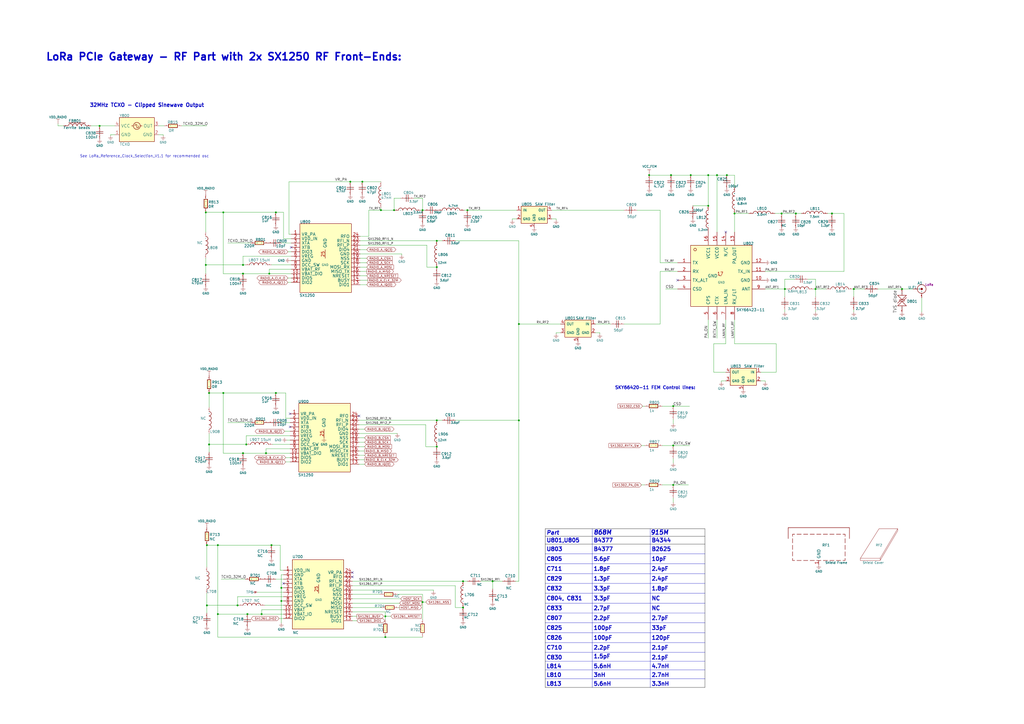
<source format=kicad_sch>
(kicad_sch (version 20230121) (generator eeschema)
  (paper "A2")
  (title_block (title "LoRa PCIe Gateway Rf Part") (date "2021-04-13") (rev "1.1") (company "Nebra Ltd") (comment 1 "RF Front End Schematic Part"))
  (junction (at 461.645 123.825))
  (junction (at 119.38 123.19))
  (junction (at 163.195 348.615))
  (junction (at 220.98 121.92))
  (junction (at 410.845 101.6))
  (junction (at 482.6 123.825))
  (junction (at 120.015 316.23))
  (junction (at 129.54 227.965))
  (junction (at 223.52 357.505))
  (junction (at 253.365 259.08))
  (junction (at 143.51 356.235))
  (junction (at 140.97 262.89))
  (junction (at 157.48 316.23))
  (junction (at 495.3 167.64))
  (junction (at 203.2 105.41))
  (junction (at 129.54 123.19))
  (junction (at 119.38 153.67))
  (junction (at 523.24 167.64))
  (junction (at 300.99 243.84))
  (junction (at 421.64 101.6))
  (junction (at 142.875 257.81))
  (junction (at 453.39 123.825))
  (junction (at 253.365 154.94))
  (junction (at 253.365 243.84))
  (junction (at 271.145 121.92))
  (junction (at 415.925 101.6))
  (junction (at 245.11 349.25))
  (junction (at 253.365 139.7))
  (junction (at 160.02 227.965))
  (junction (at 376.555 101.6))
  (junction (at 300.99 187.96))
  (junction (at 126.365 316.23))
  (junction (at 163.195 340.995))
  (junction (at 154.305 262.89))
  (junction (at 285.75 337.185))
  (junction (at 390.525 258.445))
  (junction (at 140.97 158.75))
  (junction (at 390.525 281.305))
  (junction (at 160.02 123.19))
  (junction (at 137.795 351.155))
  (junction (at 455.295 167.64))
  (junction (at 126.365 356.235))
  (junction (at 268.605 337.185))
  (junction (at 473.075 167.64))
  (junction (at 121.285 257.81))
  (junction (at 268.605 352.425))
  (junction (at 210.185 105.41))
  (junction (at 245.11 121.92))
  (junction (at 400.685 101.6))
  (junction (at 57.785 73.025))
  (junction (at 140.97 153.67))
  (junction (at 156.21 158.75))
  (junction (at 389.255 101.6))
  (junction (at 426.085 123.825))
  (junction (at 223.52 369.57))
  (junction (at 120.015 351.155))
  (junction (at 390.525 235.585))
  (junction (at 410.845 119.38))
  (junction (at 121.285 227.965))
  (junction (at 228.6 121.92))
  (junction (at 151.765 356.235))
  (no_connect (at 168.275 247.65))
  (no_connect (at 421.005 134.62))
  (no_connect (at 204.47 334.645))
  (no_connect (at 164.465 338.455))
  (no_connect (at 168.275 240.03))
  (no_connect (at 204.47 332.105))
  (no_connect (at 208.28 241.3))
  (no_connect (at 168.91 143.51))
  (no_connect (at 393.065 162.56))
  (wire (pts (xy 165.1 250.19) (xy 168.275 250.19)))
  (wire (pts (xy 325.12 193.04) (xy 322.58 193.04)))
  (wire (pts (xy 164.465 123.19) (xy 160.02 123.19)))
  (wire (pts (xy 94.615 78.105) (xy 94.615 78.74)))
  (wire (pts (xy 168.275 242.57) (xy 165.735 242.57)))
  (wire (pts (xy 300.99 337.185) (xy 299.085 337.185)))
  (wire (pts (xy 471.805 167.64) (xy 473.075 167.64)))
  (wire (pts (xy 320.04 121.92) (xy 361.95 121.92)))
  (wire (pts (xy 119.38 123.19) (xy 119.38 134.62)))
  (wire (pts (xy 164.465 346.075) (xy 137.795 346.075)))
  (wire (pts (xy 223.52 354.965) (xy 223.52 357.505)))
  (wire (pts (xy 220.98 120.65) (xy 220.98 121.92)))
  (wire (pts (xy 126.365 316.23) (xy 157.48 316.23)))
  (wire (pts (xy 372.11 258.445) (xy 374.015 258.445)))
  (wire (pts (xy 461.645 124.46) (xy 461.645 123.825)))
  (wire (pts (xy 162.56 330.835) (xy 162.56 316.23)))
  (wire (pts (xy 473.075 161.925) (xy 473.075 167.64)))
  (wire (pts (xy 151.765 353.695) (xy 151.765 356.235)))
  (wire (pts (xy 247.65 154.94) (xy 253.365 154.94)))
  (wire (pts (xy 204.47 342.265) (xy 251.46 342.265)))
  (wire (pts (xy 163.195 348.615) (xy 163.195 361.315)))
  (wire (pts (xy 165.735 265.43) (xy 168.275 265.43)))
  (wire (pts (xy 299.72 127) (xy 297.18 127)))
  (polyline (pts (xy 316.23 355.6) (xy 408.94 355.6)))
  (wire (pts (xy 66.675 78.105) (xy 64.135 78.105)))
  (wire (pts (xy 167.64 135.89) (xy 168.91 135.89)))
  (wire (pts (xy 449.58 123.825) (xy 453.39 123.825)))
  (wire (pts (xy 208.915 160.02) (xy 212.725 160.02)))
  (wire (pts (xy 245.11 369.57) (xy 223.52 369.57)))
  (wire (pts (xy 240.03 114.935) (xy 245.11 114.935)))
  (wire (pts (xy 145.415 140.97) (xy 132.08 140.97)))
  (wire (pts (xy 220.98 352.425) (xy 204.47 352.425)))
  (wire (pts (xy 121.285 227.965) (xy 121.285 236.22)))
  (wire (pts (xy 164.465 343.535) (xy 149.225 343.535)))
  (wire (pts (xy 390.525 281.305) (xy 399.415 281.305)))
  (wire (pts (xy 410.845 196.215) (xy 410.845 185.42)))
  (wire (pts (xy 268.605 337.185) (xy 271.145 337.185)))
  (polyline (pts (xy 408.94 306.705) (xy 408.94 398.78)) (stroke (width 0) (type solid) (color 0 0 0 1)))
  (wire (pts (xy 165.735 267.97) (xy 168.275 267.97)))
  (polyline (pts (xy 316.23 315.595) (xy 408.94 315.595)) (stroke (width 0) (color 0 0 0 1)))
  (wire (pts (xy 271.145 121.92) (xy 299.72 121.92)))
  (polyline (pts (xy 316.23 338.455) (xy 408.94 338.455)))
  (wire (pts (xy 393.065 157.48) (xy 382.905 157.48)))
  (wire (pts (xy 208.915 154.94) (xy 212.725 154.94)))
  (wire (pts (xy 129.54 227.965) (xy 160.02 227.965)))
  (wire (pts (xy 421.005 215.9) (xy 414.02 215.9)))
  (wire (pts (xy 154.305 260.35) (xy 168.275 260.35)))
  (wire (pts (xy 529.59 167.64) (xy 523.24 167.64)))
  (wire (pts (xy 453.39 123.825) (xy 461.645 123.825)))
  (wire (pts (xy 120.015 316.23) (xy 120.015 328.93)))
  (wire (pts (xy 168.91 161.29) (xy 167.005 161.29)))
  (wire (pts (xy 36.83 73.025) (xy 33.655 73.025)))
  (wire (pts (xy 534.67 172.72) (xy 534.67 180.975)))
  (wire (pts (xy 165.735 242.57) (xy 165.735 227.965)))
  (wire (pts (xy 269.24 121.92) (xy 271.145 121.92)))
  (wire (pts (xy 322.58 127) (xy 322.58 127.635)))
  (wire (pts (xy 247.015 349.25) (xy 245.11 349.25)))
  (wire (pts (xy 426.085 199.39) (xy 450.215 199.39)))
  (wire (pts (xy 245.11 121.92) (xy 246.38 121.92)))
  (wire (pts (xy 140.97 262.89) (xy 129.54 262.89)))
  (wire (pts (xy 211.455 264.16) (xy 208.28 264.16)))
  (wire (pts (xy 247.015 246.38) (xy 247.015 259.08)))
  (wire (pts (xy 126.365 356.235) (xy 126.365 316.23)))
  (wire (pts (xy 168.91 140.97) (xy 163.195 140.97)))
  (wire (pts (xy 228.6 114.935) (xy 228.6 121.92)))
  (wire (pts (xy 384.175 258.445) (xy 390.525 258.445)))
  (wire (pts (xy 168.91 148.59) (xy 140.97 148.59)))
  (wire (pts (xy 374.015 235.585) (xy 372.745 235.585)))
  (wire (pts (xy 245.11 344.805) (xy 245.11 349.25)))
  (wire (pts (xy 164.465 358.775) (xy 161.925 358.775)))
  (wire (pts (xy 142.24 153.67) (xy 140.97 153.67)))
  (wire (pts (xy 300.99 139.7) (xy 300.99 187.96)))
  (wire (pts (xy 253.365 155.575) (xy 253.365 154.94)))
  (wire (pts (xy 253.365 139.7) (xy 208.915 139.7)))
  (wire (pts (xy 164.465 138.43) (xy 168.91 138.43)))
  (wire (pts (xy 482.6 123.825) (xy 480.06 123.825)))
  (wire (pts (xy 120.015 344.17) (xy 120.015 351.155)))
  (wire (pts (xy 386.08 167.64) (xy 393.065 167.64)))
  (polyline (pts (xy 316.23 344.17) (xy 408.94 344.17)))
  (wire (pts (xy 138.43 351.155) (xy 137.795 351.155)))
  (polyline (pts (xy 316.23 393.7) (xy 408.94 393.7)))
  (wire (pts (xy 523.24 167.64) (xy 509.27 167.64)))
  (wire (pts (xy 414.02 199.39) (xy 414.02 215.9)))
  (wire (pts (xy 443.865 157.48) (xy 489.585 157.48)))
  (wire (pts (xy 223.52 357.505) (xy 223.52 359.41)))
  (wire (pts (xy 473.075 167.64) (xy 479.425 167.64)))
  (wire (pts (xy 211.455 259.08) (xy 208.28 259.08)))
  (wire (pts (xy 233.045 147.32) (xy 233.045 147.955)))
  (wire (pts (xy 455.295 167.64) (xy 456.565 167.64)))
  (wire (pts (xy 489.585 157.48) (xy 489.585 123.825)))
  (wire (pts (xy 207.01 360.045) (xy 204.47 360.045)))
  (wire (pts (xy 207.01 357.505) (xy 204.47 357.505)))
  (wire (pts (xy 220.98 121.92) (xy 213.995 121.92)))
  (wire (pts (xy 372.11 281.305) (xy 374.015 281.305)))
  (wire (pts (xy 154.305 262.89) (xy 140.97 262.89)))
  (wire (pts (xy 105.41 73.025) (xy 120.015 73.025)))
  (wire (pts (xy 495.3 172.085) (xy 495.3 167.64)))
  (wire (pts (xy 264.16 139.7) (xy 300.99 139.7)))
  (wire (pts (xy 421.005 220.98) (xy 418.465 220.98)))
  (wire (pts (xy 390.525 258.445) (xy 400.05 258.445)))
  (wire (pts (xy 421.005 185.42) (xy 421.005 199.39)))
  (polyline (pts (xy 316.23 311.15) (xy 408.94 311.15)) (stroke (width 0) (type solid) (color 0 0 0 1)))
  (wire (pts (xy 153.67 351.155) (xy 164.465 351.155)))
  (wire (pts (xy 426.085 123.825) (xy 426.085 134.62)))
  (wire (pts (xy 168.91 158.75) (xy 156.21 158.75)))
  (wire (pts (xy 382.905 152.4) (xy 393.065 152.4)))
  (wire (pts (xy 121.285 257.81) (xy 121.285 262.255)))
  (polyline (pts (xy 316.23 367.03) (xy 408.94 367.03)))
  (wire (pts (xy 231.775 352.425) (xy 231.14 352.425)))
  (wire (pts (xy 120.015 351.155) (xy 120.015 355.6)))
  (wire (pts (xy 204.47 354.965) (xy 223.52 354.965)))
  (wire (pts (xy 243.84 121.92) (xy 245.11 121.92)))
  (wire (pts (xy 384.175 281.305) (xy 390.525 281.305)))
  (wire (pts (xy 245.11 349.25) (xy 245.11 359.41)))
  (wire (pts (xy 220.98 105.41) (xy 210.185 105.41)))
  (wire (pts (xy 213.995 137.16) (xy 208.915 137.16)))
  (wire (pts (xy 211.455 256.54) (xy 208.28 256.54)))
  (wire (pts (xy 369.57 121.92) (xy 382.905 121.92)))
  (wire (pts (xy 421.64 101.6) (xy 426.085 101.6)))
  (polyline (pts (xy 316.23 372.745) (xy 408.94 372.745)))
  (wire (pts (xy 251.46 342.265) (xy 251.46 342.9)))
  (wire (pts (xy 163.195 245.11) (xy 168.275 245.11)))
  (wire (pts (xy 120.015 351.155) (xy 137.795 351.155)))
  (polyline (pts (xy 316.23 378.46) (xy 408.94 378.46)))
  (wire (pts (xy 211.455 266.7) (xy 208.28 266.7)))
  (wire (pts (xy 52.705 73.025) (xy 57.785 73.025)))
  (wire (pts (xy 166.37 255.27) (xy 168.275 255.27)))
  (wire (pts (xy 208.915 157.48) (xy 212.725 157.48)))
  (wire (pts (xy 121.285 257.81) (xy 142.875 257.81)))
  (wire (pts (xy 129.54 262.89) (xy 129.54 227.965)))
  (wire (pts (xy 285.75 337.185) (xy 291.465 337.185)))
  (polyline (pts (xy 316.23 398.78) (xy 408.94 398.78)) (stroke (width 0) (type solid) (color 0 0 0 1)))
  (wire (pts (xy 247.65 142.24) (xy 247.65 154.94)))
  (wire (pts (xy 163.195 340.995) (xy 163.195 348.615)))
  (wire (pts (xy 119.38 153.67) (xy 119.38 158.75)))
  (wire (pts (xy 264.16 352.425) (xy 268.605 352.425)))
  (wire (pts (xy 322.58 193.04) (xy 322.58 193.675)))
  (wire (pts (xy 167.005 163.83) (xy 168.91 163.83)))
  (wire (pts (xy 92.075 73.025) (xy 95.25 73.025)))
  (wire (pts (xy 230.505 344.805) (xy 245.11 344.805)))
  (wire (pts (xy 390.525 243.205) (xy 390.525 245.745)))
  (wire (pts (xy 441.325 220.98) (xy 443.865 220.98)))
  (wire (pts (xy 204.47 337.185) (xy 268.605 337.185)))
  (wire (pts (xy 223.52 369.57) (xy 126.365 369.57)))
  (wire (pts (xy 156.21 158.75) (xy 156.21 156.21)))
  (wire (pts (xy 410.845 119.38) (xy 410.845 101.6)))
  (wire (pts (xy 390.525 266.065) (xy 390.525 268.605)))
  (wire (pts (xy 415.925 101.6) (xy 421.64 101.6)))
  (wire (pts (xy 64.135 78.105) (xy 64.135 78.74)))
  (wire (pts (xy 142.24 335.915) (xy 128.27 335.915)))
  (wire (pts (xy 415.925 196.215) (xy 415.925 185.42)))
  (wire (pts (xy 143.51 356.235) (xy 126.365 356.235)))
  (wire (pts (xy 384.175 235.585) (xy 390.525 235.585)))
  (wire (pts (xy 382.905 187.96) (xy 361.95 187.96)))
  (wire (pts (xy 156.21 156.21) (xy 168.91 156.21)))
  (wire (pts (xy 390.525 288.925) (xy 390.525 291.465)))
  (wire (pts (xy 245.11 114.935) (xy 245.11 121.92)))
  (wire (pts (xy 443.865 167.64) (xy 455.295 167.64)))
  (wire (pts (xy 92.075 78.105) (xy 94.615 78.105)))
  (wire (pts (xy 300.99 243.84) (xy 300.99 337.185)))
  (wire (pts (xy 208.915 165.1) (xy 212.725 165.1)))
  (wire (pts (xy 354.33 187.96) (xy 345.44 187.96)))
  (wire (pts (xy 140.97 158.75) (xy 129.54 158.75)))
  (polyline (pts (xy 377.19 306.705) (xy 377.19 398.78)))
  (wire (pts (xy 208.915 142.24) (xy 247.65 142.24)))
  (wire (pts (xy 158.115 257.81) (xy 168.275 257.81)))
  (wire (pts (xy 204.47 349.885) (xy 231.775 349.885)))
  (wire (pts (xy 168.275 252.73) (xy 142.875 252.73)))
  (wire (pts (xy 210.185 105.41) (xy 203.2 105.41)))
  (polyline (pts (xy 316.23 306.705) (xy 316.23 398.78)) (stroke (width 0) (type solid) (color 0 0 0 1)))
  (wire (pts (xy 453.39 124.46) (xy 453.39 123.825)))
  (polyline (pts (xy 316.23 383.54) (xy 408.94 383.54)))
  (wire (pts (xy 208.915 147.32) (xy 233.045 147.32)))
  (polyline (pts (xy 316.23 388.62) (xy 408.94 388.62)))
  (wire (pts (xy 126.365 369.57) (xy 126.365 356.235)))
  (wire (pts (xy 164.465 340.995) (xy 163.195 340.995)))
  (wire (pts (xy 163.195 333.375) (xy 163.195 340.995)))
  (wire (pts (xy 164.465 356.235) (xy 151.765 356.235)))
  (wire (pts (xy 119.38 153.67) (xy 119.38 149.86)))
  (wire (pts (xy 455.295 179.705) (xy 455.295 180.975)))
  (wire (pts (xy 120.015 316.23) (xy 126.365 316.23)))
  (wire (pts (xy 376.555 100.965) (xy 376.555 101.6)))
  (wire (pts (xy 325.12 187.96) (xy 300.99 187.96)))
  (wire (pts (xy 390.525 235.585) (xy 400.05 235.585)))
  (wire (pts (xy 418.465 220.98) (xy 418.465 221.615)))
  (wire (pts (xy 400.685 101.6) (xy 410.845 101.6)))
  (wire (pts (xy 208.915 144.78) (xy 212.725 144.78)))
  (wire (pts (xy 382.905 157.48) (xy 382.905 187.96)))
  (wire (pts (xy 489.585 123.825) (xy 482.6 123.825)))
  (wire (pts (xy 151.765 356.235) (xy 143.51 356.235)))
  (wire (pts (xy 129.54 158.75) (xy 129.54 123.19)))
  (wire (pts (xy 226.695 357.505) (xy 223.52 357.505)))
  (wire (pts (xy 57.785 73.025) (xy 66.675 73.025)))
  (polyline (pts (xy 316.23 321.31) (xy 408.94 321.31)))
  (wire (pts (xy 278.765 337.185) (xy 285.75 337.185)))
  (wire (pts (xy 208.28 246.38) (xy 247.015 246.38)))
  (wire (pts (xy 494.665 167.64) (xy 495.3 167.64)))
  (wire (pts (xy 142.875 252.73) (xy 142.875 257.81)))
  (wire (pts (xy 164.465 348.615) (xy 163.195 348.615)))
  (wire (pts (xy 220.345 344.805) (xy 204.47 344.805)))
  (wire (pts (xy 213.995 121.92) (xy 213.995 137.16)))
  (wire (pts (xy 140.97 148.59) (xy 140.97 153.67)))
  (wire (pts (xy 208.915 152.4) (xy 212.725 152.4)))
  (wire (pts (xy 415.925 134.62) (xy 415.925 101.6)))
  (polyline (pts (xy 316.23 332.74) (xy 408.94 332.74)))
  (wire (pts (xy 247.015 259.08) (xy 253.365 259.08)))
  (wire (pts (xy 450.215 199.39) (xy 450.215 215.9)))
  (wire (pts (xy 376.555 101.6) (xy 389.255 101.6)))
  (polyline (pts (xy 316.23 327.025) (xy 408.94 327.025)))
  (wire (pts (xy 211.455 269.24) (xy 208.28 269.24)))
  (wire (pts (xy 228.6 121.92) (xy 220.98 121.92)))
  (wire (pts (xy 455.295 161.925) (xy 461.01 161.925)))
  (wire (pts (xy 426.085 101.6) (xy 426.085 108.585)))
  (wire (pts (xy 208.28 243.84) (xy 253.365 243.84)))
  (wire (pts (xy 495.3 179.705) (xy 495.3 180.975)))
  (wire (pts (xy 208.915 149.86) (xy 212.725 149.86)))
  (wire (pts (xy 347.98 193.04) (xy 347.98 193.675)))
  (wire (pts (xy 156.21 158.75) (xy 140.97 158.75)))
  (wire (pts (xy 264.16 339.725) (xy 264.16 352.425)))
  (wire (pts (xy 455.295 172.085) (xy 455.295 167.64)))
  (wire (pts (xy 473.075 172.085) (xy 473.075 167.64)))
  (wire (pts (xy 167.005 146.05) (xy 168.91 146.05)))
  (wire (pts (xy 441.325 215.9) (xy 450.215 215.9)))
  (wire (pts (xy 264.16 243.84) (xy 300.99 243.84)))
  (wire (pts (xy 168.275 151.13) (xy 168.91 151.13)))
  (wire (pts (xy 211.455 248.92) (xy 208.28 248.92)))
  (wire (pts (xy 211.455 261.62) (xy 208.28 261.62)))
  (wire (pts (xy 167.64 105.41) (xy 167.64 135.89)))
  (polyline (pts (xy 343.535 306.705) (xy 343.535 398.78)))
  (wire (pts (xy 157.48 153.67) (xy 168.91 153.67)))
  (wire (pts (xy 382.905 121.92) (xy 382.905 152.4)))
  (wire (pts (xy 455.295 161.925) (xy 455.295 167.64)))
  (wire (pts (xy 461.645 123.825) (xy 464.82 123.825)))
  (wire (pts (xy 204.47 339.725) (xy 264.16 339.725)))
  (wire (pts (xy 389.255 101.6) (xy 400.685 101.6)))
  (wire (pts (xy 256.54 139.7) (xy 253.365 139.7)))
  (polyline (pts (xy 316.23 361.315) (xy 408.94 361.315)))
  (polyline (pts (xy 316.23 306.705) (xy 408.94 306.705)) (stroke (width 0) (type solid) (color 0 0 0 1)))
  (wire (pts (xy 443.865 220.98) (xy 443.865 221.615)))
  (wire (pts (xy 495.3 167.64) (xy 501.65 167.64)))
  (wire (pts (xy 154.305 262.89) (xy 154.305 260.35)))
  (wire (pts (xy 164.465 138.43) (xy 164.465 123.19)))
  (polyline (pts (xy 316.23 349.885) (xy 408.94 349.885)))
  (wire (pts (xy 434.34 123.825) (xy 426.085 123.825)))
  (wire (pts (xy 165.735 227.965) (xy 160.02 227.965)))
  (wire (pts (xy 482.6 123.825) (xy 482.6 124.46)))
  (wire (pts (xy 473.075 179.705) (xy 473.075 180.975)))
  (wire (pts (xy 203.2 105.41) (xy 167.64 105.41)))
  (wire (pts (xy 320.04 127) (xy 322.58 127)))
  (wire (pts (xy 121.285 251.46) (xy 121.285 257.81)))
  (wire (pts (xy 162.56 316.23) (xy 157.48 316.23)))
  (wire (pts (xy 119.38 123.19) (xy 129.54 123.19)))
  (wire (pts (xy 426.085 185.42) (xy 426.085 199.39)))
  (wire (pts (xy 211.455 254) (xy 208.28 254)))
  (wire (pts (xy 401.955 119.38) (xy 410.845 119.38)))
  (wire (pts (xy 121.285 227.965) (xy 129.54 227.965)))
  (wire (pts (xy 232.41 114.935) (xy 228.6 114.935)))
  (wire (pts (xy 145.415 245.11) (xy 132.08 245.11)))
  (wire (pts (xy 410.845 101.6) (xy 415.925 101.6)))
  (wire (pts (xy 208.28 251.46) (xy 230.505 251.46)))
  (wire (pts (xy 468.63 161.925) (xy 473.075 161.925)))
  (wire (pts (xy 208.915 162.56) (xy 213.36 162.56)))
  (wire (pts (xy 164.465 333.375) (xy 163.195 333.375)))
  (wire (pts (xy 33.655 73.025) (xy 33.655 71.755)))
  (wire (pts (xy 297.18 127) (xy 297.18 127.635)))
  (wire (pts (xy 164.465 330.835) (xy 162.56 330.835)))
  (wire (pts (xy 204.47 347.345) (xy 232.41 347.345)))
  (wire (pts (xy 414.02 199.39) (xy 421.005 199.39)))
  (wire (pts (xy 285.75 341.63) (xy 285.75 337.185)))
  (wire (pts (xy 119.38 153.67) (xy 140.97 153.67)))
  (wire (pts (xy 137.795 346.075) (xy 137.795 351.155)))
  (wire (pts (xy 300.99 187.96) (xy 300.99 243.84)))
  (wire (pts (xy 253.365 243.84) (xy 256.54 243.84)))
  (wire (pts (xy 129.54 123.19) (xy 160.02 123.19)))
  (wire (pts (xy 164.465 335.915) (xy 160.02 335.915)))
  (wire (pts (xy 345.44 193.04) (xy 347.98 193.04)))
  (wire (pts (xy 168.275 262.89) (xy 154.305 262.89)))
  (wire (pts (xy 164.465 353.695) (xy 151.765 353.695)))
  (text "B4377" (at 344.17 314.96 0) (effects (font (size 2.286 2.286) (thickness 0.4572) bold) (justify left bottom)))
  (text "C833" (at 316.865 354.33 0) (effects (font (size 2.286 2.286) (thickness 0.4572) bold) (justify left bottom)))
  (text "C825" (at 316.865 365.76 0) (effects (font (size 2.286 2.286) (thickness 0.4572) bold) (justify left bottom)))
  (text "2.2pF" (at 344.17 360.045 0) (effects (font (size 2.286 2.286) (thickness 0.4572) bold) (justify left bottom)))
  (text "2.4pF" (at 377.825 331.47 0) (effects (font (size 2.286 2.286) (thickness 0.4572) bold) (justify left bottom)))
  (text "2.1pF" (at 377.825 377.19 0) (effects (font (size 2.286 2.286) (thickness 0.4572) bold) (justify left bottom)))
  (text "C829" (at 316.865 337.185 0) (effects (font (size 2.286 2.286) (thickness 0.4572) bold) (justify left bottom)))
  (text "868M" (at 344.17 310.515 0) (effects (font (size 2.54 2.54) (thickness 0.508) bold italic) (justify left bottom)))
  (text "U803" (at 316.865 320.04 0) (effects (font (size 2.286 2.286) (thickness 0.4572) bold) (justify left bottom)))
  (text "L810" (at 316.865 393.065 0) (effects (font (size 2.286 2.286) (thickness 0.4572) bold) (justify left bottom)))
  (text "5.6nH" (at 344.17 398.145 0) (effects (font (size 2.286 2.286) (thickness 0.4572) bold) (justify left bottom)))
  (text "C807" (at 316.865 360.045 0) (effects (font (size 2.286 2.286) (thickness 0.4572) bold) (justify left bottom)))
  (text "2.7pF" (at 344.17 354.33 0) (effects (font (size 2.286 2.286) (thickness 0.4572) bold) (justify left bottom)))
  (text "3.3pF" (at 344.17 342.9 0) (effects (font (size 2.286 2.286) (thickness 0.4572) bold) (justify left bottom)))
  (text "C805" (at 316.865 325.755 0) (effects (font (size 2.286 2.286) (thickness 0.4572) bold) (justify left bottom)))
  (text "C830" (at 316.865 382.905 0) (effects (font (size 2.286 2.286) (thickness 0.4572) bold) (justify left bottom)))
  (text "B4344" (at 377.825 314.96 0) (effects (font (size 2.286 2.286) (thickness 0.4572) bold) (justify left bottom)))
  (text "2.7pF" (at 377.825 360.045 0) (effects (font (size 2.286 2.286) (thickness 0.4572) bold) (justify left bottom)))
  (text "C711" (at 316.865 331.47 0) (effects (font (size 2.286 2.286) (thickness 0.4572) bold) (justify left bottom)))
  (text "10pF" (at 377.825 325.755 0) (effects (font (size 2.286 2.286) (thickness 0.4572) bold) (justify left bottom)))
  (text "100pF" (at 344.17 371.475 0) (effects (font (size 2.286 2.286) (thickness 0.4572) bold) (justify left bottom)))
  (text "32MHz TCXO - Clipped Sinewave Output" (at 51.943 62.357 0) (effects (font (size 2.1336 2.1336) (thickness 0.4267) bold) (justify left bottom)))
  (text "2.7nH" (at 377.825 393.065 0) (effects (font (size 2.286 2.286) (thickness 0.4572) bold) (justify left bottom)))
  (text "2.2pF" (at 344.17 377.19 0) (effects (font (size 2.286 2.286) (thickness 0.4572) bold) (justify left bottom)))
  (text "B4377" (at 344.17 320.04 0) (effects (font (size 2.286 2.286) (thickness 0.4572) bold) (justify left bottom)))
  (text "C826" (at 316.865 371.475 0) (effects (font (size 2.286 2.286) (thickness 0.4572) bold) (justify left bottom)))
  (text "C710" (at 316.865 377.19 0) (effects (font (size 2.286 2.286) (thickness 0.4572) bold) (justify left bottom)))
  (text "4.7nH" (at 377.825 387.985 0) (effects (font (size 2.286 2.286) (thickness 0.4572) bold) (justify left bottom)))
  (text "100pF" (at 344.17 365.76 0) (effects (font (size 2.286 2.286) (thickness 0.4572) bold) (justify left bottom)))
  (text "2.4pF" (at 377.825 337.185 0) (effects (font (size 2.286 2.286) (thickness 0.4572) bold) (justify left bottom)))
  (text "C832" (at 316.865 342.9 0) (effects (font (size 2.286 2.286) (thickness 0.4572) bold) (justify left bottom)))
  (text "NC" (at 377.825 348.615 0) (effects (font (size 2.286 2.286) (thickness 0.4572) bold) (justify left bottom)))
  (text "1.3pF" (at 344.17 337.185 0) (effects (font (size 2.286 2.286) (thickness 0.4572) bold) (justify left bottom)))
  (text "NC" (at 377.825 354.33 0) (effects (font (size 2.286 2.286) (thickness 0.4572) bold) (justify left bottom)))
  (text "33pF" (at 377.825 365.76 0) (effects (font (size 2.286 2.286) (thickness 0.4572) bold) (justify left bottom)))
  (text "3nH" (at 344.17 393.065 0) (effects (font (size 2.286 2.286) (thickness 0.4572) bold) (justify left bottom)))
  (text "1.8pF" (at 344.17 331.47 0) (effects (font (size 2.286 2.286) (thickness 0.4572) bold) (justify left bottom)))
  (text "L814" (at 316.865 387.985 0) (effects (font (size 2.286 2.286) (thickness 0.4572) bold) (justify left bottom)))
  (text "2.1pF" (at 377.825 382.905 0) (effects (font (size 2.286 2.286) (thickness 0.4572) bold) (justify left bottom)))
  (text "1.8pF" (at 377.825 342.9 0) (effects (font (size 2.286 2.286) (thickness 0.4572) bold) (justify left bottom)))
  (text "Part" (at 316.865 310.515 0) (effects (font (size 2.286 2.286) (thickness 0.4572) bold italic) (justify left bottom)))
  (text "LoRa PCIe Gateway - RF Part with 2x SX1250 RF Front-Ends:" (at 26.416 35.56 0) (effects (font (size 4.2672 4.2672) (thickness 0.8534) bold) (justify left bottom)))
  (text "L813" (at 316.865 398.145 0) (effects (font (size 2.286 2.286) (thickness 0.4572) bold) (justify left bottom)))
  (text "C804, C831" (at 316.865 348.615 0) (effects (font (size 2.286 2.286) (thickness 0.4572) bold) (justify left bottom)))
  (text "1.5pF" (at 344.17 382.27 0) (effects (font (size 2.286 2.286) (thickness 0.4572) bold) (justify left bottom)))
  (text "B2625" (at 377.825 320.04 0) (effects (font (size 2.286 2.286) (thickness 0.4572) bold) (justify left bottom)))
  (text "915M" (at 377.19 310.515 0) (effects (font (size 2.54 2.54) (thickness 0.508) bold italic) (justify left bottom)))
  (text "120pF" (at 377.825 371.475 0) (effects (font (size 2.286 2.286) (thickness 0.4572) bold) (justify left bottom)))
  (text "U801,U805" (at 316.865 314.96 0) (effects (font (size 2.286 2.286) (thickness 0.4572) bold) (justify left bottom)))
  (text "3.3pF" (at 344.17 348.615 0) (effects (font (size 2.286 2.286) (thickness 0.4572) bold) (justify left bottom)))
  (text "5.6nH" (at 344.17 387.985 0) (effects (font (size 2.286 2.286) (thickness 0.4572) bold) (justify left bottom)))
  (text "SKY66420-11 FEM Control lines:" (at 356.616 226.06 0) (effects (font (size 1.8288 1.8288) (thickness 0.3658) bold) (justify left bottom)))
  (text "3.3nH" (at 377.825 398.145 0) (effects (font (size 2.286 2.286) (thickness 0.4572) bold) (justify left bottom)))
  (text "5.6pF" (at 344.17 325.755 0) (effects (font (size 2.286 2.286) (thickness 0.4572) bold) (justify left bottom)))
  (text "See LoRa_Reference_Clock_Selection_V1.1 for recommended osc" (at 46.355 91.567 0) (effects (font (size 1.524 1.524)) (justify left bottom)))
  (label "RX_RF1" (at 346.71 187.96 0))
  (label "SX1250_RFI1_P" (at 213.36 142.24 0))
  (label "TX_RF3" (at 271.78 121.92 0))
  (label "CSD" (at 390.525 235.585 0) (effects (font (size 1.524 1.524))))
  (label "PA_ON" (at 410.845 196.215 90) (effects (font (size 1.524 1.524))))
  (label "SX1261_RFI" (at 278.765 337.185 0))
  (label "TX_RF1" (at 213.995 121.92 0))
  (label "RXTX_SW" (at 390.525 258.445 0) (effects (font (size 1.524 1.524))))
  (label "VR_PA" (at 194.31 105.41 0) (effects (font (size 1.524 1.524))))
  (label "ANT_RF1" (at 443.865 167.64 0))
  (label "RX_RF" (at 385.445 157.48 0))
  (label "TCXO_32M_O" (at 132.08 245.11 0) (effects (font (size 1.524 1.524))))
  (label "CSD" (at 386.08 167.64 0) (effects (font (size 1.524 1.524))))
  (label "ANT_RF3" (at 495.3 167.64 0))
  (label "RX_RF2" (at 311.15 187.96 0))
  (label "RXTX_SW" (at 415.925 196.215 90) (effects (font (size 1.524 1.524))))
  (label "LNAFLT_RF" (at 426.085 196.215 90))
  (label "TCXO_32M_O" (at 132.08 140.97 0) (effects (font (size 1.524 1.524))))
  (label "TX_RF4" (at 322.58 121.92 0))
  (label "TVS diode" (at 520.7 181.61 90) (effects (font (size 1.778 1.778))))
  (label "ANT_RF2" (at 473.075 167.64 0))
  (label "TCXO_32M_O" (at 128.27 335.915 0) (effects (font (size 1.524 1.524))))
  (label "PA_RF2" (at 454.025 123.825 0))
  (label "ANT_RF4" (at 514.985 167.64 0))
  (label "PA_RF1" (at 426.72 123.825 0))
  (label "SX1250_RFI2_P" (at 212.09 246.38 0))
  (label "SX1250_RFI1_N" (at 213.36 139.7 0))
  (label "TCXO_32M_O" (at 106.045 73.025 0) (effects (font (size 1.524 1.524))))
  (label "LNAIN_RF" (at 421.005 196.215 90))
  (label "TX_RF2" (at 240.03 114.935 0))
  (label "SX1261_RFI_N" (at 208.28 337.185 0))
  (label "SX1250_RFI2_N" (at 212.09 243.84 0))
  (label "PA_RF3" (at 443.865 157.48 0))
  (label "PA_ON" (at 390.525 281.305 0) (effects (font (size 1.524 1.524))))
  (label "TX_RF" (at 385.445 152.4 0))
  (label "SX1261_RFI_P" (at 208.28 339.725 0))
  (global_label "RADIO_B_IQ(2)" (shape bidirectional) (at 165.1 250.19 180) (property "Intersheetrefs" "${INTERSHEET_REFS}" (effects hide)))
  (global_label "SX1261_NRESET" (shape input) (at 226.695 357.505 0) (property "Intersheetrefs" "${INTERSHEET_REFS}" (effects hide)))
  (global_label "SX1302_PA_ON" (shape input) (at 372.11 281.305 180) (property "Intersheetrefs" "${INTERSHEET_REFS}" (effects hide)))
  (global_label "SX1302_CSD" (shape input) (at 372.745 235.585 180) (property "Intersheetrefs" "${INTERSHEET_REFS}" (effects hide)))
  (global_label "RADIO_A_IQ(3)" (shape bidirectional) (at 212.725 144.78 0) (property "Intersheetrefs" "${INTERSHEET_REFS}" (effects hide)))
  (global_label "RADIO_A_SCK" (shape input) (at 212.725 152.4 0) (property "Intersheetrefs" "${INTERSHEET_REFS}" (effects hide)))
  (global_label "SX1261_NSS" (shape input) (at 247.015 349.25 0) (property "Intersheetrefs" "${INTERSHEET_REFS}" (effects hide)))
  (global_label "HOST_MISO" (shape output) (at 231.775 352.425 0) (property "Intersheetrefs" "${INTERSHEET_REFS}" (effects hide)))
  (global_label "RADIO_B_IQ(1)" (shape bidirectional) (at 165.735 267.97 180) (property "Intersheetrefs" "${INTERSHEET_REFS}" (effects hide)))
  (global_label "RADIO_A_NRESET" (shape input) (at 212.725 160.02 0) (property "Intersheetrefs" "${INTERSHEET_REFS}" (effects hide)))
  (global_label "RADIO_B_SCK" (shape input) (at 211.455 256.54 0) (property "Intersheetrefs" "${INTERSHEET_REFS}" (effects hide)))
  (global_label "RADIO_B_CLK_O" (shape bidirectional) (at 165.735 265.43 180) (property "Intersheetrefs" "${INTERSHEET_REFS}" (effects hide)))
  (global_label "HOST_MOSI" (shape input) (at 231.775 349.885 0) (property "Intersheetrefs" "${INTERSHEET_REFS}" (effects hide)))
  (global_label "SX1261_DIO2" (shape bidirectional) (at 161.925 358.775 180) (property "Intersheetrefs" "${INTERSHEET_REFS}" (effects hide)))
  (global_label "RADIO_B_CLK_32M" (shape output) (at 211.455 266.7 0) (property "Intersheetrefs" "${INTERSHEET_REFS}" (effects hide)))
  (global_label "RADIO_A_IQ(0)" (shape bidirectional) (at 212.725 165.1 0) (property "Intersheetrefs" "${INTERSHEET_REFS}" (effects hide)))
  (global_label "SX1302_RXTX_SW" (shape input) (at 372.11 258.445 180) (property "Intersheetrefs" "${INTERSHEET_REFS}" (effects hide)))
  (global_label "RADIO_A_MISO" (shape output) (at 212.725 157.48 0) (property "Intersheetrefs" "${INTERSHEET_REFS}" (effects hide)))
  (global_label "SX1261_DIO1" (shape bidirectional) (at 207.01 360.045 0) (property "Intersheetrefs" "${INTERSHEET_REFS}" (effects hide)))
  (global_label "HOST_SCK" (shape input) (at 232.41 347.345 0) (property "Intersheetrefs" "${INTERSHEET_REFS}" (effects hide)))
  (global_label "RADIO_A_CLK_O" (shape bidirectional) (at 167.005 161.29 180) (property "Intersheetrefs" "${INTERSHEET_REFS}" (effects hide)))
  (global_label "RADIO_A_MOSI" (shape input) (at 212.725 154.94 0) (property "Intersheetrefs" "${INTERSHEET_REFS}" (effects hide)))
  (global_label "RADIO_A_IQ(1)" (shape bidirectional) (at 167.005 163.83 180) (property "Intersheetrefs" "${INTERSHEET_REFS}" (effects hide)))
  (global_label "RADIO_B_MOSI" (shape input) (at 211.455 259.08 0) (property "Intersheetrefs" "${INTERSHEET_REFS}" (effects hide)))
  (global_label "RADIO_B_MISO" (shape output) (at 211.455 261.62 0) (property "Intersheetrefs" "${INTERSHEET_REFS}" (effects hide)))
  (global_label "RADIO_A_CSN" (shape input) (at 212.725 149.86 0) (property "Intersheetrefs" "${INTERSHEET_REFS}" (effects hide)))
  (global_label "RADIO_B_IQ(3)" (shape bidirectional) (at 211.455 248.92 0) (property "Intersheetrefs" "${INTERSHEET_REFS}" (effects hide)))
  (global_label "RADIO_A_IQ(2)" (shape bidirectional) (at 167.005 146.05 180) (property "Intersheetrefs" "${INTERSHEET_REFS}" (effects hide)))
  (global_label "RADIO_B_NRESET" (shape input) (at 211.455 264.16 0) (property "Intersheetrefs" "${INTERSHEET_REFS}" (effects hide)))
  (global_label "RADIO_B_CSN" (shape input) (at 211.455 254 0) (property "Intersheetrefs" "${INTERSHEET_REFS}" (effects hide)))
  (global_label "RADIO_A_CLK_32M" (shape output) (at 213.36 162.56 0) (property "Intersheetrefs" "${INTERSHEET_REFS}" (effects hide)))
  (global_label "RADIO_B_IQ(0)" (shape bidirectional) (at 211.455 269.24 0) (property "Intersheetrefs" "${INTERSHEET_REFS}" (effects hide)))
  (global_label "SX1261_BUSY" (shape output) (at 207.01 357.505 0) (property "Intersheetrefs" "${INTERSHEET_REFS}" (effects hide)))
  (symbol (lib_id "LoRa_PCIe_GW-rescue:Cap-") (at 299.085 337.185 180) (unit 1)
    (property "Reference" "C710" (at 292.8874 334.9244 0) (effects (font (size 1.524 1.524)) (justify right top)))
    (property "Value" "NC" (at 293.497 342.011 0) (effects (font (size 1.524 1.524)) (justify right top)))
    (property "Footprint" "LoRa_PCIe_GW:ccer_201_smd_small" (effects hide))
  )
  (symbol (lib_id "LoRa_PCIe_GW-rescue:Cap-") (at 285.75 349.25 90) (unit 1)
    (property "Reference" "C713" (at 288.1884 346.7608 90) (effects (font (size 1.524 1.524)) (justify right top)))
    (property "Value" "NC" (at 288.29 347.98 90))
    (property "Footprint" "LoRa_PCIe_GW:ccer_201_smd_small" (effects hide))
  )
  (symbol (lib_id "LoRa_PCIe_GW-rescue:SAW_Filter_RF360-") (at 431.165 218.44 0) (mirror y) (unit 1)
    (property "Reference" "U803" (at 423.672 213.2838 0) (effects (font (size 1.524 1.524)) (justify right bottom)))
    (property "Value" "SAW Filter" (at 431.5714 213.2584 0) (effects (font (size 1.524 1.524)) (justify right bottom)))
    (property "Footprint" "LoRa_PCIe_GW:QCS5P_1.4x1.1mm" (effects hide))
    (property "Description" "866.5MHz Frequency Remote Control RF SAW Filter (Sound Acoustic Wave) 2.3dB 7MHz Bandwidth 5-SMD, No Lead" (effects hide))
    (property "Manufacturer" "Qualcomm & TDK" (effects hide))
    (property "Part Number" "B39871B4377P810" (effects hide))
    (property "Price[1k]" "0.92" (effects hide))
    (property "Supplier Link" "https://www.digikey.com/en/products/detail/qualcomm-rf360-a-qualcomm-tdk-joint-venture/B39871B4377P810/9562395" (effects hide))
  )
  (symbol (lib_id "LoRa_PCIe_GW-rescue:SAW_Filter_RF360-") (at 335.28 190.5 0) (mirror y) (unit 1)
    (property "Reference" "U801" (at 327.66 185.42 0) (effects (font (size 1.524 1.524)) (justify right bottom)))
    (property "Value" "SAW Filter" (at 334.01 185.42 0) (effects (font (size 1.524 1.524)) (justify right bottom)))
    (property "Footprint" "LoRa_PCIe_GW:QCS5P_1.4x1.1mm" (effects hide))
    (property "Description" "866.5MHz Frequency Remote Control RF SAW Filter (Sound Acoustic Wave) 2.3dB 7MHz Bandwidth 5-SMD, No Lead" (effects hide))
    (property "Manufacturer" "Qualcomm & TDK" (effects hide))
    (property "Part Number" "B39871B4377P810" (effects hide))
    (property "Price[1k]" "0.92" (effects hide))
    (property "Supplier Link" "https://www.digikey.com/en/products/detail/qualcomm-rf360-a-qualcomm-tdk-joint-venture/B39871B4377P810/9562395" (effects hide))
  )
  (symbol (lib_id "LoRa_PCIe_GW-rescue:SAW_Filter_RF360-") (at 309.88 124.46 0) (unit 1)
    (property "Reference" "U805" (at 302.387 119.3292 0) (effects (font (size 1.524 1.524)) (justify left bottom)))
    (property "Value" "SAW Filter" (at 310.261 119.3292 0) (effects (font (size 1.524 1.524)) (justify left bottom)))
    (property "Footprint" "LoRa_PCIe_GW:QCS5P_1.4x1.1mm" (effects hide))
    (property "Description" "866.5MHz Frequency Remote Control RF SAW Filter (Sound Acoustic Wave) 2.3dB 7MHz Bandwidth 5-SMD, No Lead" (effects hide))
    (property "Manufacturer" "Qualcomm & TDK" (effects hide))
    (property "Part Number" "B39871B4377P810" (effects hide))
    (property "Price[1k]" "0.92" (effects hide))
    (property "Supplier Link" "https://www.digikey.com/en/products/detail/qualcomm-rf360-a-qualcomm-tdk-joint-venture/B39871B4377P810/9562395" (effects hide))
  )
  (symbol (lib_id "LoRa_PCIe_GW-rescue:Cap-") (at 468.63 161.925 180) (unit 1)
    (property "Reference" "C830" (at 457.835 161.29 0) (effects (font (size 1.524 1.524)) (justify right top)))
    (property "Value" "1.5pF" (at 468.63 163.83 0))
    (property "Footprint" "LoRa_PCIe_GW:ccer_201_smd_small" (effects hide))
    (property "Description" "1.5pF ±0.05pF 50V Ceramic Capacitor C0G, NP0 0201 (0603 Metric)" (effects hide))
    (property "Manufacturer" "Murata" (effects hide))
    (property "Part Number" "GJM0335C1H1R5WB01" (effects hide))
    (property "Price[1k]" "0.026" (effects hide))
    (property "Supplier Link" "https://www.digikey.com/en/products/detail/murata-electronics/GJM0335C1H1R5WB01D/11618773" (effects hide))
  )
  (symbol (lib_id "LoRa_PCIe_GW-rescue:U.FL-") (at 529.59 167.64 0) (mirror y) (unit 1)
    (property "Reference" "A1" (at 532.13 165.1 0) (effects (font (size 1.524 1.524)) (justify right bottom)))
    (property "Value" "U.FL" (at 526.796 167.64 0) (effects (font (size 1.524 1.524)) (justify right bottom)))
    (property "Footprint" "LoRa_PCIe_GW:U.FL-R-SMT_Hirose" (effects hide))
    (property "Description" "U.FL (UMCC) Connector Receptacle, Male Pin 50Ohm Surface Mount Solder" (effects hide))
    (property "Manufacturer" "Hirose" (effects hide))
    (property "Part Number" "U.FL-R-SMT-1(80)" (effects hide))
    (property "Price[1k]" "0.65" (effects hide))
    (property "Supplier Link" "https://www.digikey.com/en/products/detail/hirose-electric-co-ltd/U-FL-R-SMT-1-80/3978495" (effects hide))
    (property "Label" "LoRa" (at 539.115 165.1 0))
  )
  (symbol (lib_id "LoRa_PCIe_GW-rescue:Resistor-") (at 120.015 306.07 270) (unit 1)
    (property "Reference" "R713" (at 121.539 311.023 90) (effects (font (size 1.524 1.524)) (justify left bottom)))
    (property "Value" "NC" (at 121.539 313.563 90) (effects (font (size 1.524 1.524)) (justify left bottom)))
    (property "Footprint" "LoRa_PCIe_GW:rlc_201_smd_small" (effects hide))
  )
  (symbol (lib_id "LoRa_PCIe_GW-rescue:Resistor-") (at 220.345 344.805 0) (unit 1)
    (property "Reference" "R705" (at 215.9 344.17 0) (effects (font (size 1.524 1.524)) (justify left bottom)))
    (property "Value" "NC" (at 228.6 346.71 0) (effects (font (size 1.524 1.524)) (justify left bottom)))
    (property "Footprint" "LoRa_PCIe_GW:rlc_201_smd_small" (effects hide))
    (property "Description" "0 Ohms Jumper 0.05W, 1/20W Chip Resistor 0201 (0603 Metric)  Thick Film" (effects hide))
    (property "Manufacturer" "Vishay Dale" (effects hide))
    (property "Part Number" "CRCW02010000Z0ED" (effects hide))
    (property "Price[1k]" "0.006" (effects hide))
    (property "Supplier Link" "https://www.digikey.com/en/products/detail/vishay-dale/CRCW02010000Z0ED/1178434?s=N4IgTCBcDaIMICU4HUAMZUEZU9QLVQFEAREAXQF8g" (effects hide))
  )
  (symbol (lib_id "LoRa_PCIe_GW-rescue:RF_Shield_Two_Pieces") (at 474.98 317.5 0) (unit 1)
    (property "Reference" "RF1" (at 476.885 317.119 0) (effects (font (size 1.524 1.524)) (justify left bottom)))
    (property "Value" "Shield Frame" (at 485.14 326.39 0))
    (property "Footprint" "LoRa_PCIe_GW:SMS-458F_Shield" (effects hide))
    (property "Datasheet" "https://leadertechinc.com/wp-content/uploads/2016/03/SMS-458-REV-A.pdf" (effects hide))
    (property "Description" "RF Shield Frame 1.070\" (27.18mm) X 1.540\" (39.12mm)  Surface Mount" (effects hide))
    (property "Manufacturer" "Leader Tech" (effects hide))
    (property "Part Number" "SMS-458F" (effects hide))
    (property "Price[1k]" "1.82" (effects hide))
    (property "Supplier Link" "https://www.digikey.com/en/products/detail/leader-tech-inc/SMS-458F/7203557" (effects hide))
  )
  (symbol (lib_id "LoRa_PCIe_GW-rescue:RClamp0531T-") (at 523.24 180.975 0) (unit 1)
    (property "Reference" "D801" (at 526.034 175.6918 0) (effects (font (size 1.524 1.524)) (justify left bottom)))
    (property "Footprint" "LoRa_PCIe_GW:SLP1006P2T" (effects hide))
    (property "Description" "TVS DIODE 4V 1005" (effects hide))
    (property "Manufacturer" "Murata" (effects hide))
    (property "Part Number" "LXES15AAA1-153" (effects hide))
    (property "Price[1k]" "0.046" (effects hide))
    (property "Supplier Link" "https://www.digikey.com/en/products/detail/murata-electronics/LXES15AAA1-153/5843762" (effects hide))
  )
  (symbol (lib_id "LoRa_PCIe_GW-rescue:test_pin-") (at 147.955 343.535 0) (unit 1)
    (property "Reference" "TP6" (at 147.066 342.646 0) (effects (font (size 1.524 1.524)) (justify right top)))
    (property "Value" "NC" (effects hide))
    (property "Footprint" "LoRa_PCIe_GW:PIN_SMD" (effects hide))
    (property "Label" "SX1261_DIO" (effects hide))
  )
  (symbol (lib_id "LoRa_PCIe_GW-rescue:Cap-") (at 271.145 129.54 90) (unit 1)
    (property "Reference" "C807" (at 273.685 127 90) (effects (font (size 1.524 1.524)) (justify right top)))
    (property "Value" "2.2pF" (at 275.59 128.27 90))
    (property "Footprint" "LoRa_PCIe_GW:ccer_201_smd_small" (effects hide))
    (property "Description" "2.2pF ±0.05pF 50V Ceramic Capacitor C0G, NP0 0201 (0603 Metric)" (effects hide))
    (property "Manufacturer" "Murata" (effects hide))
    (property "Part Number" "GJM0335C1H2R2WB01D" (effects hide))
    (property "Price[1k]" "0.026" (effects hide))
    (property "Supplier Link" "https://www.digikey.com/en/products/detail/murata-electronics/GJM0335C1H2R2WB01D/11618467" (effects hide))
  )
  (symbol (lib_id "LoRa_PCIe_GW-rescue:Inductor-") (at 254 121.92 0) (unit 1)
    (property "Reference" "L804" (at 259.334 124.714 0) (effects (font (size 1.524 1.524)) (justify left bottom)))
    (property "Value" "4.7nH" (at 262.89 119.38 0))
    (property "Footprint" "LoRa_PCIe_GW:rlc_402_smd_small" (effects hide))
    (property "Description" "4.7nH Unshielded Wirewound Inductor 750mA 70mOhm Max 0402 (1005 Metric) " (effects hide))
    (property "Manufacturer" "Murata" (effects hide))
    (property "Part Number" "LQW15AN4N7C00D" (effects hide))
    (property "Price[1k]" "0.066" (effects hide))
    (property "Supplier Link" "https://www.digikey.com/en/products/detail/murata-electronics/LQW15AN4N7C00D/584348" (effects hide))
  )
  (symbol (lib_id "LoRa_PCIe_GW-rescue:Cap-") (at 254 121.92 180) (unit 1)
    (property "Reference" "C806" (at 247.904 119.38 0) (effects (font (size 1.524 1.524)) (justify right top)))
    (property "Value" "39pF" (at 254 123.19 0))
    (property "Footprint" "LoRa_PCIe_GW:ccer_201_smd_small" (effects hide))
    (property "Description" "39pF ±1% 50V Ceramic Capacitor C0G, NP0 0201 (0603 Metric)" (effects hide))
    (property "Manufacturer" "Murata" (effects hide))
    (property "Part Number" "GRM0335C1H390FA01D" (effects hide))
    (property "Price[1k]" "0.0057" (effects hide))
    (property "Supplier Link" "https://www.digikey.com/en/products/detail/murata-electronics/GRM0335C1H390FA01D/11618461" (effects hide))
  )
  (symbol (lib_id "LoRa_PCIe_GW-rescue:Cap-") (at 240.03 114.935 180) (unit 1)
    (property "Reference" "C804" (at 233.934 112.649 0) (effects (font (size 1.524 1.524)) (justify right top)))
    (property "Value" "3.3pF" (at 240.03 116.84 0))
    (property "Footprint" "LoRa_PCIe_GW:ccer_201_smd_small" (effects hide))
    (property "Description" "3.3pF ±0.05pF 50V Ceramic Capacitor C0G, NP0 0201 (0603 Metric)" (effects hide))
    (property "Manufacturer" "Murata" (effects hide))
    (property "Part Number" "GJM0335C1H3R3WB01D" (effects hide))
    (property "Price[1k]" "0.026" (effects hide))
    (property "Supplier Link" "https://www.digikey.com/en/products/detail/murata-electronics/GJM0335C1H3R3WB01D/13401747" (effects hide))
  )
  (symbol (lib_id "LoRa_PCIe_GW-rescue:Cap-") (at 473.075 172.085 270) (unit 1)
    (property "Reference" "C832" (at 475.4626 176.9872 90) (effects (font (size 1.524 1.524)) (justify left bottom)))
    (property "Value" "3.3pF" (at 476.25 179.07 90))
    (property "Footprint" "LoRa_PCIe_GW:ccer_201_smd_small" (effects hide))
    (property "Description" "3.3pF ±0.05pF 50V Ceramic Capacitor C0G, NP0 0201 (0603 Metric)" (effects hide))
    (property "Manufacturer" "Murata" (effects hide))
    (property "Part Number" "GJM0335C1H3R3WB01D" (effects hide))
    (property "Price[1k]" "0.026" (effects hide))
    (property "Supplier Link" "https://www.digikey.com/en/products/detail/murata-electronics/GJM0335C1H3R3WB01D/13401747" (effects hide))
  )
  (symbol (lib_id "LoRa_PCIe_GW-rescue:Inductor-") (at 228.6 121.92 0) (unit 1)
    (property "Reference" "L803" (at 233.68 124.8156 0) (effects (font (size 1.524 1.524)) (justify left bottom)))
    (property "Value" "2.5nH" (at 242.57 123.19 0))
    (property "Footprint" "LoRa_PCIe_GW:rlc_402_smd_small" (effects hide))
    (property "Description" "2.5nH Unshielded Wirewound Inductor 850mA 50mOhm Max 0402 (1005 Metric) " (effects hide))
    (property "Manufacturer" "Murata" (effects hide))
    (property "Part Number" "LQW15AN2N5C00D" (effects hide))
    (property "Price[1k]" "0.066" (effects hide))
    (property "Supplier Link" "https://www.digikey.com/en/products/detail/murata-electronics/LQW15AN2N5C00D/2594887" (effects hide))
  )
  (symbol (lib_id "LoRa_PCIe_GW-rescue:Cap-") (at 245.11 129.54 90) (unit 1)
    (property "Reference" "C805" (at 247.65 127 90) (effects (font (size 1.524 1.524)) (justify right top)))
    (property "Value" "5.6pF" (at 250.19 128.27 90))
    (property "Footprint" "LoRa_PCIe_GW:ccer_201_smd_small" (effects hide))
    (property "Description" "5.6pF ±0.05pF 50V Ceramic Capacitor C0G, NP0 0201 (0603 Metric)" (effects hide))
    (property "Manufacturer" "Murata" (effects hide))
    (property "Part Number" "GRM0335C1H5R6WA01D" (effects hide))
    (property "Price[1k]" "0.005" (effects hide))
    (property "Supplier Link" "https://www.digikey.com/en/products/detail/murata-electronics/GRM0335C1H5R6WA01D/11618868" (effects hide))
  )
  (symbol (lib_id "LoRa_PCIe_GW-rescue:Inductor-") (at 220.98 120.65 90) (unit 1)
    (property "Reference" "L801" (at 221.234 113.284 90) (effects (font (size 1.524 1.524)) (justify right top)))
    (property "Value" "47nH" (at 220.98 115.57 90) (effects (font (size 1.524 1.524)) (justify right top)))
    (property "Footprint" "LoRa_PCIe_GW:rlc_402_smd_small" (effects hide))
    (property "Description" "47nH Unshielded Wirewound Inductor 210mA 1.08Ohm Max 0402 (1005 Metric) " (effects hide))
    (property "Manufacturer" "Murata" (effects hide))
    (property "Part Number" "LQW15AN47NJ00D" (effects hide))
    (property "Price[1k]" "0.063" (effects hide))
    (property "Supplier Link" "https://www.digikey.com/en/products/detail/murata-electronics/LQW15AN47NJ00D/584363" (effects hide))
  )
  (symbol (lib_id "LoRa_PCIe_GW-rescue:Cap-") (at 210.185 113.03 90) (unit 1)
    (property "Reference" "C802" (at 212.725 109.855 90) (effects (font (size 1.524 1.524)) (justify right top)))
    (property "Value" "47pF" (at 212.725 112.395 90) (effects (font (size 1.524 1.524)) (justify right top)))
    (property "Footprint" "LoRa_PCIe_GW:ccer_201_smd_small" (effects hide))
    (property "Description" "47pF ±5% 50V Ceramic Capacitor C0G, NP0 0201 (0603 Metric)" (effects hide))
    (property "Manufacturer" "Murata" (effects hide))
    (property "Part Number" "GRM0335C1H470JA01D" (effects hide))
    (property "Price[1k]" "0.0036" (effects hide))
    (property "Supplier Link" "https://www.digikey.com/en/products/detail/murata-electronics/GRM0335C1H470JA01D/2542245" (effects hide))
  )
  (symbol (lib_id "LoRa_PCIe_GW-rescue:Cap-") (at 203.2 113.03 90) (unit 1)
    (property "Reference" "C801" (at 194.945 109.855 90) (effects (font (size 1.524 1.524)) (justify right top)))
    (property "Value" "47nF" (at 194.945 111.76 90) (effects (font (size 1.524 1.524)) (justify right top)))
    (property "Footprint" "LoRa_PCIe_GW:ccer_402_smd_small" (effects hide))
    (property "Description" "0.047µF ±10% 16V Ceramic Capacitor X7R 0402 (1005 Metric)" (effects hide))
    (property "Manufacturer" "Murata" (effects hide))
    (property "Part Number" "GRM155R71C473KA01J" (effects hide))
    (property "Price[1k]" "0.012" (effects hide))
    (property "Supplier Link" "https://www.digikey.com/en/products/detail/murata-electronics/GRM155R71C473KA01J/2610901" (effects hide))
  )
  (symbol (lib_id "LoRa_PCIe_GW-rescue:Inductor-") (at 253.365 154.94 90) (unit 1)
    (property "Reference" "L806" (at 254.127 148.59 90) (effects (font (size 1.524 1.524)) (justify right top)))
    (property "Value" "12nH" (at 256.54 152.4 90))
    (property "Footprint" "LoRa_PCIe_GW:rlc_402_smd_small" (effects hide))
    (property "Description" "12nH Unshielded Wirewound Inductor 500mA 140mOhm Max 0402 (1005 Metric) " (effects hide))
    (property "Manufacturer" "Murata" (effects hide))
    (property "Part Number" "LQW15AN12NH00D" (effects hide))
    (property "Price[1k]" "0.066" (effects hide))
    (property "Supplier Link" "https://www.digikey.com/en/products/detail/murata-electronics/LQW15AN12NH00D/2594852" (effects hide))
  )
  (symbol (lib_id "LoRa_PCIe_GW-rescue:Cap-") (at 264.16 139.7 180) (unit 1)
    (property "Reference" "C811" (at 258.064 137.3886 0) (effects (font (size 1.524 1.524)) (justify right top)))
    (property "Value" "3.6pF" (at 264.16 140.97 0))
    (property "Footprint" "LoRa_PCIe_GW:ccer_201_smd_small" (effects hide))
    (property "Description" "3.6pF ±0.05pF 25V Ceramic Capacitor C0G, NP0 0201 (0603 Metric)" (effects hide))
    (property "Manufacturer" "Murata" (effects hide))
    (property "Part Number" "GJM0335C1E3R6WB01J" (effects hide))
    (property "Price[1k]" "0.022" (effects hide))
    (property "Supplier Link" "https://www.digikey.com/en/products/detail/murata-electronics/gjm0335c1e3r6wb01j/2592609" (effects hide))
  )
  (symbol (lib_id "LoRa_PCIe_GW-rescue:Cap-") (at 253.365 163.195 90) (unit 1)
    (property "Reference" "C812" (at 255.905 160.655 90) (effects (font (size 1.524 1.524)) (justify right top)))
    (property "Value" "3.6pF" (at 257.81 162.56 90))
    (property "Footprint" "LoRa_PCIe_GW:ccer_201_smd_small" (effects hide))
    (property "Description" "3.6pF ±0.05pF 25V Ceramic Capacitor C0G, NP0 0201 (0603 Metric)" (effects hide))
    (property "Manufacturer" "Murata" (effects hide))
    (property "Part Number" "GJM0335C1E3R6WB01J" (effects hide))
    (property "Price[1k]" "0.022" (effects hide))
    (property "Supplier Link" "https://www.digikey.com/en/products/detail/murata-electronics/gjm0335c1e3r6wb01j/2592609" (effects hide))
  )
  (symbol (lib_id "LoRa_PCIe_GW-rescue:Resistor-") (at 119.38 113.03 270) (unit 1)
    (property "Reference" "R813" (at 120.8278 118.0846 90) (effects (font (size 1.524 1.524)) (justify left bottom)))
    (property "Value" "0R" (at 120.8278 120.6246 90) (effects (font (size 1.524 1.524)) (justify left bottom)))
    (property "Footprint" "LoRa_PCIe_GW:rlc_402_smd_small" (effects hide))
    (property "Description" "0 Ohms Jumper 0.063W, 1/16W Chip Resistor 0402 (1005 Metric) Automotive AEC-Q200 Thick Film" (effects hide))
    (property "Manufacturer" "Vishay Dale" (effects hide))
    (property "Part Number" "CRCW04020000ZSTD" (effects hide))
    (property "Price[1k]" "0.01" (effects hide))
    (property "Supplier Link" "https://www.digikey.com/en/products/detail/vishay-dale/CRCW04020000ZSTD/1226552" (effects hide))
  )
  (symbol (lib_id "LoRa_PCIe_GW-rescue:Cap-") (at 163.195 140.97 180) (unit 1)
    (property "Reference" "C808" (at 160.3502 140.6906 0) (effects (font (size 1.524 1.524)) (justify right top)))
    (property "Value" "10pF" (at 160.02 143.51 0) (effects (font (size 1.524 1.524)) (justify right top)))
    (property "Footprint" "LoRa_PCIe_GW:ccer_201_smd_small" (effects hide))
    (property "Description" "10pF ±1% 50V Ceramic Capacitor C0G, NP0 0201 (0603 Metric)" (effects hide))
    (property "Manufacturer" "Murata" (effects hide))
    (property "Part Number" "GRM0335C1H100FA01" (effects hide))
    (property "Price[1k]" "0.005" (effects hide))
    (property "Supplier Link" "https://www.digikey.com/en/products/detail/murata-electronics/GRM0335C1H100FA01J/4358681" (effects hide))
  )
  (symbol (lib_id "LoRa_PCIe_GW-rescue:Inductor-") (at 456.565 167.64 0) (unit 1)
    (property "Reference" "L813" (at 462.28 170.18 0) (effects (font (size 1.524 1.524)) (justify left bottom)))
    (property "Value" "5.6nH" (at 459.74 168.91 0))
    (property "Footprint" "LoRa_PCIe_GW:rlc_402_smd_small" (effects hide))
    (property "Description" "5.6nH Unshielded Wirewound Inductor 800mA 51mOhm Max 0402 (1005 Metric) " (effects hide))
    (property "Manufacturer" "Murata" (effects hide))
    (property "Part Number" "LQW15AN5N6D10D" (effects hide))
    (property "Price[1k]" "0.072" (effects hide))
    (property "Supplier Link" "https://www.digikey.com/en/products/detail/murata-electronics/LQW15AN5N6D10D/2594939" (effects hide))
  )
  (symbol (lib_id "LoRa_PCIe_GW-rescue:Resistor-") (at 155.575 140.97 180) (unit 1)
    (property "Reference" "R801" (at 148.082 139.8778 0) (effects (font (size 1.524 1.524)) (justify right top)))
    (property "Value" "220R" (at 141.605 143.51 0) (effects (font (size 1.524 1.524)) (justify right top)))
    (property "Footprint" "LoRa_PCIe_GW:rlc_201_smd_small" (effects hide))
    (property "Description" "220 Ohms ±5% 0.05W, 1/20W Chip Resistor 0201 (0603 Metric)  Thick Film" (effects hide))
    (property "Manufacturer" "Vishay Dale" (effects hide))
    (property "Part Number" "CRCW0201220RJNED" (effects hide))
    (property "Price[1k]" "0.007" (effects hide))
    (property "Supplier Link" "https://www.digikey.com/en/products/detail/vishay-dale/CRCW0201220RJNED/1178444" (effects hide))
  )
  (symbol (lib_id "LoRa_PCIe_GW-rescue:Inductor-") (at 119.38 149.86 270) (mirror x) (unit 1)
    (property "Reference" "L808" (at 126.365 142.875 90) (effects (font (size 1.524 1.524)) (justify right bottom)))
    (property "Value" "NC" (at 114.2238 139.9794 90) (effects (font (size 1.524 1.524)) (justify left bottom)))
    (property "Footprint" "LoRa_PCIe_GW:rlc_402_smd_small" (effects hide))
  )
  (symbol (lib_id "LoRa_PCIe_GW-rescue:Cap-") (at 140.97 166.37 90) (unit 1)
    (property "Reference" "C818" (at 133.096 162.814 90) (effects (font (size 1.524 1.524)) (justify right top)))
    (property "Value" "100nF" (at 133.0452 165.354 90) (effects (font (size 1.524 1.524)) (justify right top)))
    (property "Footprint" "LoRa_PCIe_GW:ccer_402_smd_small" (effects hide))
    (property "Description" "Multilayer ceramic capacitors X7R ±10%, 16V" (effects hide))
    (property "Manufacturer" "Murata" (effects hide))
    (property "Part Number" "GMD155R71C104KA11" (effects hide))
    (property "Price[1k]" "0.01" (effects hide))
    (property "Supplier Link" "https://www.digikey.com/en/products/detail/murata-electronics/GMD155R71C104KA11D/10696609" (effects hide))
  )
  (symbol (lib_id "LoRa_PCIe_GW-rescue:Cap-") (at 160.02 130.81 90) (unit 1)
    (property "Reference" "C816" (at 151.765 127 90) (effects (font (size 1.524 1.524)) (justify right top)))
    (property "Value" "1uF" (at 151.765 128.905 90) (effects (font (size 1.524 1.524)) (justify right top)))
    (property "Footprint" "LoRa_PCIe_GW:ccer_402_smd_small" (effects hide))
    (property "Description" "1µF ±20% 10V Ceramic Capacitor X5R 0402 (1005 Metric)" (effects hide))
    (property "Manufacturer" "Murata" (effects hide))
    (property "Part Number" "GRM153R61A105ME95D" (effects hide))
    (property "Price[1k]" "0.038" (effects hide))
    (property "Supplier Link" "https://www.digikey.com/en/products/detail/murata-electronics/GRM153R61A105ME95D/4904820" (effects hide))
  )
  (symbol (lib_id "LoRa_PCIe_GW-rescue:Cap-") (at 119.38 166.37 90) (unit 1)
    (property "Reference" "C817" (at 111.125 163.195 90) (effects (font (size 1.524 1.524)) (justify right top)))
    (property "Value" "470nF" (at 110.9472 165.1 90) (effects (font (size 1.524 1.524)) (justify right top)))
    (property "Footprint" "LoRa_PCIe_GW:ccer_402_smd_small" (effects hide))
    (property "Description" "0.47µF ±10% 10V Ceramic Capacitor X5R 0402 (1005 Metric)" (effects hide))
    (property "Manufacturer" "Murata" (effects hide))
    (property "Part Number" "GRM155R61A474KE15D" (effects hide))
    (property "Price[1k]" "0.024" (effects hide))
    (property "Supplier Link" "https://www.digikey.com/en/products/detail/murata-electronics/GRM155R61A474KE15D/702528" (effects hide))
  )
  (symbol (lib_id "LoRa_PCIe_GW-rescue:Inductor-") (at 142.24 153.67 0) (unit 1)
    (property "Reference" "L807" (at 144.145 151.765 0) (effects (font (size 1.524 1.524)) (justify left bottom)))
    (property "Value" "15uH" (at 150.495 151.765 0) (effects (font (size 1.524 1.524)) (justify left bottom)))
    (property "Footprint" "LoRa_PCIe_GW:rlc_805_smd_small" (effects hide))
    (property "Description" "15µH Shielded Multilayer Inductor 250mA 950mOhm 0805 (2012 Metric) " (effects hide))
    (property "Manufacturer" "TDK" (effects hide))
    (property "Part Number" "MLZ2012M150WTD25" (effects hide))
    (property "Price[1k]" "0.068" (effects hide))
    (property "Supplier Link" "https://www.digikey.com/en/products/detail/tdk-corporation/MLZ2012M150WTD25/4743191" (effects hide))
  )
  (symbol (lib_id "LoRa_PCIe_GW-rescue:SX1250-") (at 188.595 149.86 0) (unit 1)
    (property "Reference" "U800" (at 173.99 129.54 0) (effects (font (size 1.524 1.524)) (justify left bottom)))
    (property "Value" "SX1250" (at 173.7614 172.1866 0) (effects (font (size 1.524 1.524)) (justify left bottom)))
    (property "Footprint" "LoRa_PCIe_GW:vqfn24_4x4mm" (effects hide))
    (property "Datasheet" "https://semtech.my.salesforce.com/sfc/p/#E0000000JelG/a/2R000000HTAF/wqCYqYPC0Z5rgGvER7_RtmlGeQhc31idv6bvSW4c_FQ" (effects hide))
    (property "Description" "RF TxRx Only  LoRaWAN 150MHz ~ 960MHz " (effects hide))
    (property "Manufacturer" "Semtech" (effects hide))
    (property "Part Number" "SX1250IMLTRT" (effects hide))
    (property "Price[1k]" "2.9" (effects hide))
    (property "Supplier Link" "https://www.digikey.com/en/products/detail/semtech-corporation/SX1250IMLTRT/10379521" (effects hide))
  )
  (symbol (lib_id "LoRa_PCIe_GW-rescue:Inductor-") (at 253.365 259.08 90) (unit 1)
    (property "Reference" "L906" (at 254.2032 252.73 90) (effects (font (size 1.524 1.524)) (justify right top)))
    (property "Value" "12nH" (at 256.54 255.27 90))
    (property "Footprint" "LoRa_PCIe_GW:rlc_402_smd_small" (effects hide))
    (property "Description" "12nH Unshielded Wirewound Inductor 500mA 140mOhm Max 0402 (1005 Metric) " (effects hide))
    (property "Manufacturer" "Murata" (effects hide))
    (property "Part Number" "LQW15AN12NH00D" (effects hide))
    (property "Price[1k]" "0.066" (effects hide))
    (property "Supplier Link" "https://www.digikey.com/en/products/detail/murata-electronics/LQW15AN12NH00D/2594852" (effects hide))
  )
  (symbol (lib_id "LoRa_PCIe_GW-rescue:Cap-") (at 264.16 243.84 180) (unit 1)
    (property "Reference" "C911" (at 258.1402 241.5286 0) (effects (font (size 1.524 1.524)) (justify right top)))
    (property "Value" "3.6pF" (at 264.16 245.11 0))
    (property "Footprint" "LoRa_PCIe_GW:ccer_201_smd_small" (effects hide))
    (property "Description" "3.6pF ±0.05pF 25V Ceramic Capacitor C0G, NP0 0201 (0603 Metric)" (effects hide))
    (property "Manufacturer" "Murata" (effects hide))
    (property "Part Number" "GJM0335C1E3R6WB01J" (effects hide))
    (property "Price[1k]" "0.022" (effects hide))
    (property "Supplier Link" "https://www.digikey.com/en/products/detail/murata-electronics/gjm0335c1e3r6wb01j/2592609" (effects hide))
  )
  (symbol (lib_id "LoRa_PCIe_GW-rescue:Cap-") (at 253.365 266.7 90) (unit 1)
    (property "Reference" "C912" (at 255.905 264.16 90) (effects (font (size 1.524 1.524)) (justify right top)))
    (property "Value" "3.6pF" (at 259.08 265.43 90))
    (property "Footprint" "LoRa_PCIe_GW:ccer_201_smd_small" (effects hide))
    (property "Description" "3.6pF ±0.05pF 25V Ceramic Capacitor C0G, NP0 0201 (0603 Metric)" (effects hide))
    (property "Manufacturer" "Murata" (effects hide))
    (property "Part Number" "GJM0335C1E3R6WB01J" (effects hide))
    (property "Price[1k]" "0.022" (effects hide))
    (property "Supplier Link" "https://www.digikey.com/en/products/detail/murata-electronics/gjm0335c1e3r6wb01j/2592609" (effects hide))
  )
  (symbol (lib_id "LoRa_PCIe_GW-rescue:Cap-") (at 455.295 179.705 90) (unit 1)
    (property "Reference" "C831" (at 457.962 177.0126 90) (effects (font (size 1.524 1.524)) (justify right top)))
    (property "Value" "3.3pF" (at 459.74 179.07 90))
    (property "Footprint" "LoRa_PCIe_GW:ccer_201_smd_small" (effects hide))
    (property "Description" "3.3pF ±0.05pF 50V Ceramic Capacitor C0G, NP0 0201 (0603 Metric)" (effects hide))
    (property "Manufacturer" "Murata" (effects hide))
    (property "Part Number" "GJM0335C1H3R3WB01D" (effects hide))
    (property "Price[1k]" "0.026" (effects hide))
    (property "Supplier Link" "https://www.digikey.com/en/products/detail/murata-electronics/GJM0335C1H3R3WB01D/13401747" (effects hide))
  )
  (symbol (lib_id "LoRa_PCIe_GW-rescue:Resistor-") (at 121.285 217.805 270) (unit 1)
    (property "Reference" "R913" (at 122.809 222.631 90) (effects (font (size 1.524 1.524)) (justify left bottom)))
    (property "Value" "0R" (at 122.809 225.171 90) (effects (font (size 1.524 1.524)) (justify left bottom)))
    (property "Footprint" "LoRa_PCIe_GW:rlc_402_smd_small" (effects hide))
    (property "Description" "0 Ohms Jumper 0.063W, 1/16W Chip Resistor 0402 (1005 Metric) Automotive AEC-Q200 Thick Film" (effects hide))
    (property "Manufacturer" "Vishay Dale" (effects hide))
    (property "Part Number" "CRCW04020000ZSTD" (effects hide))
    (property "Price[1k]" "0.01" (effects hide))
    (property "Supplier Link" "https://www.digikey.com/en/products/detail/vishay-dale/CRCW04020000ZSTD/1226552" (effects hide))
  )
  (symbol (lib_id "LoRa_PCIe_GW-rescue:Cap-") (at 163.195 245.11 180) (unit 1)
    (property "Reference" "C908" (at 160.401 244.856 0) (effects (font (size 1.524 1.524)) (justify right top)))
    (property "Value" "10pF" (at 160.655 247.015 0) (effects (font (size 1.524 1.524)) (justify right top)))
    (property "Footprint" "LoRa_PCIe_GW:ccer_201_smd_small" (effects hide))
    (property "Description" "10pF ±1% 50V Ceramic Capacitor C0G, NP0 0201 (0603 Metric)" (effects hide))
    (property "Manufacturer" "Murata" (effects hide))
    (property "Part Number" "GRM0335C1H100FA01" (effects hide))
    (property "Price[1k]" "0.005" (effects hide))
    (property "Supplier Link" "https://www.digikey.com/en/products/detail/murata-electronics/GRM0335C1H100FA01J/4358681" (effects hide))
  )
  (symbol (lib_id "LoRa_PCIe_GW-rescue:Resistor-") (at 155.575 245.11 180) (unit 1)
    (property "Reference" "R901" (at 148.1582 244.0178 0) (effects (font (size 1.524 1.524)) (justify right top)))
    (property "Value" "220R" (at 141.605 247.65 0) (effects (font (size 1.524 1.524)) (justify right top)))
    (property "Footprint" "LoRa_PCIe_GW:rlc_201_smd_small" (effects hide))
    (property "Description" "220 Ohms ±5% 0.05W, 1/20W Chip Resistor 0201 (0603 Metric)  Thick Film" (effects hide))
    (property "Manufacturer" "Vishay Dale" (effects hide))
    (property "Part Number" "CRCW0201220RJNED" (effects hide))
    (property "Price[1k]" "0.007" (effects hide))
    (property "Supplier Link" "https://www.digikey.com/en/products/detail/vishay-dale/CRCW0201220RJNED/1178444" (effects hide))
  )
  (symbol (lib_id "LoRa_PCIe_GW-rescue:Inductor-") (at 121.285 251.46 270) (mirror x) (unit 1)
    (property "Reference" "L908" (at 127.635 249.555 90) (effects (font (size 1.524 1.524)) (justify right bottom)))
    (property "Value" "NC" (at 116.205 241.808 90) (effects (font (size 1.524 1.524)) (justify left bottom)))
    (property "Footprint" "LoRa_PCIe_GW:rlc_402_smd_small" (effects hide))
  )
  (symbol (lib_id "LoRa_PCIe_GW-rescue:Cap-") (at 140.97 270.51 90) (unit 1)
    (property "Reference" "C918" (at 132.715 267.335 90) (effects (font (size 1.524 1.524)) (justify right top)))
    (property "Value" "100nF" (at 133.096 269.494 90) (effects (font (size 1.524 1.524)) (justify right top)))
    (property "Footprint" "LoRa_PCIe_GW:ccer_402_smd_small" (effects hide))
    (property "Description" "Multilayer ceramic capacitors X7R ±10%, 16V" (effects hide))
    (property "Manufacturer" "Murata" (effects hide))
    (property "Part Number" "GMD155R71C104KA11" (effects hide))
    (property "Price[1k]" "0.01" (effects hide))
    (property "Supplier Link" "https://www.digikey.com/en/products/detail/murata-electronics/GMD155R71C104KA11D/10696609" (effects hide))
  )
  (symbol (lib_id "LoRa_PCIe_GW-rescue:Cap-") (at 160.02 235.585 90) (unit 1)
    (property "Reference" "C916" (at 151.765 231.775 90) (effects (font (size 1.524 1.524)) (justify right top)))
    (property "Value" "1uF" (at 151.765 233.68 90) (effects (font (size 1.524 1.524)) (justify right top)))
    (property "Footprint" "LoRa_PCIe_GW:ccer_402_smd_small" (effects hide))
    (property "Description" "1µF ±20% 10V Ceramic Capacitor X5R 0402 (1005 Metric)" (effects hide))
    (property "Manufacturer" "Murata" (effects hide))
    (property "Part Number" "GRM153R61A105ME95D" (effects hide))
    (property "Price[1k]" "0.038" (effects hide))
    (property "Supplier Link" "https://www.digikey.com/en/products/detail/murata-electronics/GRM153R61A105ME95D/4904820" (effects hide))
  )
  (symbol (lib_id "LoRa_PCIe_GW-rescue:Cap-") (at 121.285 269.875 90) (unit 1)
    (property "Reference" "C917" (at 113.03 266.7 90) (effects (font (size 1.524 1.524)) (justify right top)))
    (property "Value" "470nF" (at 112.903 268.605 90) (effects (font (size 1.524 1.524)) (justify right top)))
    (property "Footprint" "LoRa_PCIe_GW:ccer_402_smd_small" (effects hide))
    (property "Description" "0.47µF ±10% 10V Ceramic Capacitor X5R 0402 (1005 Metric)" (effects hide))
    (property "Manufacturer" "Murata" (effects hide))
    (property "Part Number" "GRM155R61A474KE15D" (effects hide))
    (property "Price[1k]" "0.024" (effects hide))
    (property "Supplier Link" "https://www.digikey.com/en/products/detail/murata-electronics/GRM155R61A474KE15D/702528" (effects hide))
  )
  (symbol (lib_id "LoRa_PCIe_GW-rescue:Inductor-") (at 142.875 257.81 0) (unit 1)
    (property "Reference" "L907" (at 144.78 255.905 0) (effects (font (size 1.524 1.524)) (justify left bottom)))
    (property "Value" "15uH" (at 151.13 255.905 0) (effects (font (size 1.524 1.524)) (justify left bottom)))
    (property "Footprint" "LoRa_PCIe_GW:rlc_805_smd_small" (effects hide))
    (property "Description" "15µH Shielded Multilayer Inductor 250mA 950mOhm 0805 (2012 Metric) " (effects hide))
    (property "Manufacturer" "TDK" (effects hide))
    (property "Part Number" "MLZ2012M150WTD25" (effects hide))
    (property "Price[1k]" "0.068" (effects hide))
    (property "Supplier Link" "https://www.digikey.com/en/products/detail/tdk-corporation/MLZ2012M150WTD25/4743191" (effects hide))
  )
  (symbol (lib_id "LoRa_PCIe_GW-rescue:SX1250-") (at 187.96 254 0) (unit 1)
    (property "Reference" "U900" (at 172.9486 233.807 0) (effects (font (size 1.524 1.524)) (justify left bottom)))
    (property "Value" "SX1250" (at 172.9486 276.352 0) (effects (font (size 1.524 1.524)) (justify left bottom)))
    (property "Footprint" "LoRa_PCIe_GW:vqfn24_4x4mm" (effects hide))
    (property "Datasheet" "https://semtech.my.salesforce.com/sfc/p/#E0000000JelG/a/2R000000HTAF/wqCYqYPC0Z5rgGvER7_RtmlGeQhc31idv6bvSW4c_FQ" (effects hide))
    (property "Description" "RF TxRx Only  LoRaWAN 150MHz ~ 960MHz " (effects hide))
    (property "Manufacturer" "Semtech" (effects hide))
    (property "Part Number" "SX1250IMLTRT" (effects hide))
    (property "Price[1k]" "2.9" (effects hide))
    (property "Supplier Link" "https://www.digikey.com/en/products/detail/semtech-corporation/SX1250IMLTRT/10379521" (effects hide))
  )
  (symbol (lib_id "LoRa_PCIe_GW-rescue:Resistor-") (at 220.98 352.425 0) (unit 1)
    (property "Reference" "R704" (at 217.17 352.425 0) (effects (font (size 1.524 1.524)) (justify left bottom)))
    (property "Value" "NC" (at 223.52 355.6 0) (effects (font (size 1.524 1.524)) (justify left bottom)))
    (property "Footprint" "LoRa_PCIe_GW:rlc_201_smd_small" (effects hide))
    (property "Description" "100 Ohms ±1% 0.05W, 1/20W Chip Resistor 0201 (0603 Metric)  Thick Film" (effects hide))
    (property "Manufacturer" "Vishay Dale" (effects hide))
    (property "Part Number" "CRCW0201100R" (effects hide))
    (property "Price[1k]" "0.037" (effects hide))
    (property "Supplier Link" "https://www.digikey.com/en/products/detail/vishay-dale/CRCW0201100RFKED/1967973" (effects hide))
  )
  (symbol (lib_id "LoRa_PCIe_GW-rescue:Cap-") (at 354.33 187.96 0) (unit 1)
    (property "Reference" "C815" (at 356.8446 185.4454 0) (effects (font (size 1.524 1.524)) (justify left bottom)))
    (property "Value" "56pF" (at 355.9556 192.3796 0) (effects (font (size 1.524 1.524)) (justify left bottom)))
    (property "Footprint" "LoRa_PCIe_GW:ccer_201_smd_small" (effects hide))
    (property "Description" "56pF ±1% 50V Ceramic Capacitor C0G, NP0 0201 (0603 Metric)" (effects hide))
    (property "Manufacturer" "Murata" (effects hide))
    (property "Part Number" "GRM0335C1H560FA01D" (effects hide))
    (property "Price[1k]" "0.0057" (effects hide))
    (property "Supplier Link" "https://www.digikey.com/en/products/detail/murata-electronics/GRM0335C1H560FA01D/11618638" (effects hide))
  )
  (symbol (lib_id "LoRa_PCIe_GW-rescue:Resistor-") (at 223.52 369.57 90) (unit 1)
    (property "Reference" "R703" (at 222.504 364.49 90) (effects (font (size 1.524 1.524)) (justify left bottom)))
    (property "Value" "NC" (at 222.504 361.95 90) (effects (font (size 1.524 1.524)) (justify left bottom)))
    (property "Footprint" "LoRa_PCIe_GW:rlc_201_smd_small" (effects hide))
    (property "Description" "10 kOhms ±1% 0.05W, 1/20W Chip Resistor 0201  Thick Film" (effects hide))
    (property "Manufacturer" "Vishay Dale" (effects hide))
    (property "Part Number" "CRCW020110K0" (effects hide))
    (property "Price[1k]" "0.037" (effects hide))
    (property "Supplier Link" "https://www.digikey.com/en/products/detail/vishay-dale/CRCW020110K0FKED/1967989" (effects hide))
  )
  (symbol (lib_id "LoRa_PCIe_GW-rescue:Resistor-") (at 245.11 369.57 90) (unit 1)
    (property "Reference" "R702" (at 244.094 364.49 90) (effects (font (size 1.524 1.524)) (justify left bottom)))
    (property "Value" "NC" (at 244.094 361.95 90) (effects (font (size 1.524 1.524)) (justify left bottom)))
    (property "Footprint" "LoRa_PCIe_GW:rlc_201_smd_small" (effects hide))
    (property "Description" "10 kOhms ±1% 0.05W, 1/20W Chip Resistor 0201  Thick Film" (effects hide))
    (property "Manufacturer" "Vishay Dale" (effects hide))
    (property "Part Number" "CRCW020110K0" (effects hide))
    (property "Price[1k]" "0.037" (effects hide))
    (property "Supplier Link" "https://www.digikey.com/en/products/detail/vishay-dale/CRCW020110K0FKED/1967989" (effects hide))
  )
  (symbol (lib_id "LoRa_PCIe_GW-rescue:Cap-") (at 390.525 266.065 90) (unit 1)
    (property "Reference" "C820" (at 393.0396 263.525 90) (effects (font (size 1.524 1.524)) (justify right top)))
    (property "Value" "56pF" (at 393.0396 265.811 90) (effects (font (size 1.524 1.524)) (justify right top)))
    (property "Footprint" "LoRa_PCIe_GW:ccer_201_smd_small" (effects hide))
    (property "Description" "56pF ±1% 50V Ceramic Capacitor C0G, NP0 0201 (0603 Metric)" (effects hide))
    (property "Manufacturer" "Murata" (effects hide))
    (property "Part Number" "GRM0335C1H560FA01D" (effects hide))
    (property "Price[1k]" "0.0057" (effects hide))
    (property "Supplier Link" "https://www.digikey.com/en/products/detail/murata-electronics/GRM0335C1H560FA01D/11618638" (effects hide))
  )
  (symbol (lib_id "LoRa_PCIe_GW-rescue:Resistor-") (at 374.015 258.445 0) (unit 1)
    (property "Reference" "R807" (at 376.555 257.175 0) (effects (font (size 1.524 1.524)) (justify left bottom)))
    (property "Value" "1k" (at 376.6566 262.001 0) (effects (font (size 1.524 1.524)) (justify left bottom)))
    (property "Footprint" "LoRa_PCIe_GW:rlc_201_smd_small" (effects hide))
    (property "Description" "1k Ohm ±5% 0.05W, 1/20W Chip Resistor 0201 (0603 Metric) - Thick Film" (effects hide))
    (property "Manufacturer" "Vishay Dale" (effects hide))
    (property "Part Number" "CRCW02011K00JNED" (effects hide))
    (property "Price[1k]" "0.073" (effects hide))
    (property "Supplier Link" "https://www.digikey.com/en/products/detail/vishay-dale/CRCW02011K00JNED/1178450" (effects hide))
  )
  (symbol (lib_id "LoRa_PCIe_GW-rescue:Cap-") (at 390.525 288.925 90) (unit 1)
    (property "Reference" "C821" (at 393.0396 286.385 90) (effects (font (size 1.524 1.524)) (justify right top)))
    (property "Value" "56pF" (at 393.0396 288.671 90) (effects (font (size 1.524 1.524)) (justify right top)))
    (property "Footprint" "LoRa_PCIe_GW:ccer_201_smd_small" (effects hide))
    (property "Description" "56pF ±1% 50V Ceramic Capacitor C0G, NP0 0201 (0603 Metric)" (effects hide))
    (property "Manufacturer" "Murata" (effects hide))
    (property "Part Number" "GRM0335C1H560FA01D" (effects hide))
    (property "Price[1k]" "0.0057" (effects hide))
    (property "Supplier Link" "https://www.digikey.com/en/products/detail/murata-electronics/GRM0335C1H560FA01D/11618638" (effects hide))
  )
  (symbol (lib_id "LoRa_PCIe_GW-rescue:Resistor-") (at 374.015 281.305 0) (unit 1)
    (property "Reference" "R809" (at 376.555 280.035 0) (effects (font (size 1.524 1.524)) (justify left bottom)))
    (property "Value" "1k" (at 376.555 284.861 0) (effects (font (size 1.524 1.524)) (justify left bottom)))
    (property "Footprint" "LoRa_PCIe_GW:rlc_201_smd_small" (effects hide))
    (property "Description" "1k Ohm ±5% 0.05W, 1/20W Chip Resistor 0201 (0603 Metric) - Thick Film" (effects hide))
    (property "Manufacturer" "Vishay Dale" (effects hide))
    (property "Part Number" "CRCW02011K00JNED" (effects hide))
    (property "Price[1k]" "0.073" (effects hide))
    (property "Supplier Link" "https://www.digikey.com/en/products/detail/vishay-dale/CRCW02011K00JNED/1178450" (effects hide))
  )
  (symbol (lib_id "LoRa_PCIe_GW-rescue:Cap-") (at 390.525 243.205 90) (unit 1)
    (property "Reference" "C819" (at 392.8618 240.411 90) (effects (font (size 1.524 1.524)) (justify right top)))
    (property "Value" "56pF" (at 392.7856 242.697 90) (effects (font (size 1.524 1.524)) (justify right top)))
    (property "Footprint" "LoRa_PCIe_GW:ccer_201_smd_small" (effects hide))
    (property "Description" "56pF ±1% 50V Ceramic Capacitor C0G, NP0 0201 (0603 Metric)" (effects hide))
    (property "Manufacturer" "Murata" (effects hide))
    (property "Part Number" "GRM0335C1H560FA01D" (effects hide))
    (property "Price[1k]" "0.0057" (effects hide))
    (property "Supplier Link" "https://www.digikey.com/en/products/detail/murata-electronics/GRM0335C1H560FA01D/11618638" (effects hide))
  )
  (symbol (lib_id "LoRa_PCIe_GW-rescue:Resistor-") (at 374.015 235.585 0) (unit 1)
    (property "Reference" "R805" (at 376.555 234.315 0) (effects (font (size 1.524 1.524)) (justify left bottom)))
    (property "Value" "1k" (at 376.6312 239.141 0) (effects (font (size 1.524 1.524)) (justify left bottom)))
    (property "Footprint" "LoRa_PCIe_GW:rlc_201_smd_small" (effects hide))
    (property "Description" "1k Ohm ±5% 0.05W, 1/20W Chip Resistor 0201 (0603 Metric) - Thick Film" (effects hide))
    (property "Manufacturer" "Vishay Dale" (effects hide))
    (property "Part Number" "CRCW02011K00JNED" (effects hide))
    (property "Price[1k]" "0.073" (effects hide))
    (property "Supplier Link" "https://www.digikey.com/en/products/detail/vishay-dale/CRCW02011K00JNED/1178450" (effects hide))
  )
  (symbol (lib_id "LoRa_PCIe_GW-rescue:Cap-") (at 160.02 335.915 180) (unit 1)
    (property "Reference" "C708" (at 154.5082 333.4258 0) (effects (font (size 1.524 1.524)) (justify right top)))
    (property "Value" "NC" (at 154.2542 340.5378 0) (effects (font (size 1.524 1.524)) (justify right top)))
    (property "Footprint" "LoRa_PCIe_GW:ccer_201_smd_small" (effects hide))
    (property "Description" "10pF ±1% 50V Ceramic Capacitor C0G, NP0 0201 (0603 Metric)" (effects hide))
    (property "Manufacturer" "Murata" (effects hide))
    (property "Part Number" "GRM0335C1H100FA01" (effects hide))
    (property "Price[1k]" "0.005" (effects hide))
    (property "Supplier Link" "https://www.digikey.com/en/products/detail/murata-electronics/GRM0335C1H100FA01J/4358681" (effects hide))
  )
  (symbol (lib_id "LoRa_PCIe_GW-rescue:Cap-") (at 376.555 109.22 90) (unit 1)
    (property "Reference" "C822" (at 379.222 106.7816 90) (effects (font (size 1.524 1.524)) (justify right top)))
    (property "Value" "4.7uF" (at 379.095 108.9406 90) (effects (font (size 1.524 1.524)) (justify right top)))
    (property "Footprint" "LoRa_PCIe_GW:ccer_603_smd_small" (effects hide))
    (property "Description" "4.7µF ±10% 16V Ceramic Capacitor X5R 0603 (1608 Metric)" (effects hide))
    (property "Manufacturer" "Murata" (effects hide))
    (property "Part Number" "GRM188R61C475KAAJD" (effects hide))
    (property "Price[1k]" "0.089" (effects hide))
    (property "Supplier Link" "https://www.digikey.com/en/products/detail/murata-electronics/GRM188R61C475KAAJD/5027566" (effects hide))
  )
  (symbol (lib_id "LoRa_PCIe_GW-rescue:Resistor-") (at 152.4 335.915 180) (unit 1)
    (property "Reference" "R701" (at 144.9832 334.6704 0) (effects (font (size 1.524 1.524)) (justify right top)))
    (property "Value" "NC" (at 144.9832 339.2424 0) (effects (font (size 1.524 1.524)) (justify right top)))
    (property "Footprint" "LoRa_PCIe_GW:rlc_201_smd_small" (effects hide))
    (property "Description" "220 Ohms ±5% 0.05W, 1/20W Chip Resistor 0201 (0603 Metric)  Thick Film" (effects hide))
    (property "Manufacturer" "Vishay Dale" (effects hide))
    (property "Part Number" "CRCW0201220RJNED" (effects hide))
    (property "Price[1k]" "0.007" (effects hide))
    (property "Supplier Link" "https://www.digikey.com/en/products/detail/vishay-dale/CRCW0201220RJNED/1178444" (effects hide))
  )
  (symbol (lib_id "LoRa_PCIe_GW-rescue:Inductor-") (at 120.015 344.17 270) (mirror x) (unit 1)
    (property "Reference" "L708" (at 125.73 342.265 90) (effects (font (size 1.524 1.524)) (justify right bottom)))
    (property "Value" "NC" (at 112.9538 334.4672 90) (effects (font (size 1.524 1.524)) (justify left bottom)))
    (property "Footprint" "LoRa_PCIe_GW:rlc_402_smd_small" (effects hide))
    (property "Description" "47nH Unshielded Wirewound Inductor 210mA 1.08Ohm Max 0402 (1005 Metric) " (effects hide))
    (property "Manufacturer" "Murata" (effects hide))
    (property "Part Number" "LQW15AN47NJ00D" (effects hide))
    (property "Price[1k]" "0.063" (effects hide))
    (property "Supplier Link" "https://www.digikey.com/en/products/detail/murata-electronics/LQW15AN47NJ00D/584363" (effects hide))
  )
  (symbol (lib_id "LoRa_PCIe_GW-rescue:Cap-") (at 143.51 363.855 90) (unit 1)
    (property "Reference" "C718" (at 135.255 360.045 90) (effects (font (size 1.524 1.524)) (justify right top)))
    (property "Value" "NC" (at 135.128 362.585 90) (effects (font (size 1.524 1.524)) (justify right top)))
    (property "Footprint" "LoRa_PCIe_GW:ccer_402_smd_small" (effects hide))
    (property "Description" "Multilayer ceramic capacitors X7R ±10%, 16V" (effects hide))
    (property "Manufacturer" "Murata" (effects hide))
    (property "Part Number" "GMD155R71C104KA11" (effects hide))
    (property "Price[1k]" "0.01" (effects hide))
    (property "Supplier Link" "https://www.digikey.com/en/products/detail/murata-electronics/GMD155R71C104KA11D/10696609" (effects hide))
  )
  (symbol (lib_id "LoRa_PCIe_GW-rescue:Cap-") (at 157.48 323.85 90) (unit 1)
    (property "Reference" "C716" (at 149.225 320.675 90) (effects (font (size 1.524 1.524)) (justify right top)))
    (property "Value" "NC" (at 149.225 323.215 90) (effects (font (size 1.524 1.524)) (justify right top)))
    (property "Footprint" "LoRa_PCIe_GW:ccer_402_smd_small" (effects hide))
    (property "Description" "10000pF ±10% 10V Ceramic Capacitor X5R 0402 (1005 Metric)" (effects hide))
    (property "Manufacturer" "Murata" (effects hide))
    (property "Part Number" "GRM155R61A103KA01D" (effects hide))
    (property "Price[1k]" "0.007" (effects hide))
    (property "Supplier Link" "https://www.digikey.com/en/products/detail/murata-electronics/GRM155R61A103KA01D/2610840" (effects hide))
  )
  (symbol (lib_id "LoRa_PCIe_GW-rescue:Cap-") (at 120.015 363.22 90) (unit 1)
    (property "Reference" "C717" (at 111.76 359.41 90) (effects (font (size 1.524 1.524)) (justify right top)))
    (property "Value" "NC" (at 111.633 361.696 90) (effects (font (size 1.524 1.524)) (justify right top)))
    (property "Footprint" "LoRa_PCIe_GW:ccer_402_smd_small" (effects hide))
    (property "Description" "0.47µF ±10% 10V Ceramic Capacitor X5R 0402 (1005 Metric)" (effects hide))
    (property "Manufacturer" "Murata" (effects hide))
    (property "Part Number" "GRM155R61A474KE15D" (effects hide))
    (property "Price[1k]" "0.024" (effects hide))
    (property "Supplier Link" "https://www.digikey.com/en/products/detail/murata-electronics/GRM155R61A474KE15D/702528" (effects hide))
  )
  (symbol (lib_id "LoRa_PCIe_GW-rescue:Inductor-") (at 138.43 351.155 0) (unit 1)
    (property "Reference" "L707" (at 140.335 349.25 0) (effects (font (size 1.524 1.524)) (justify left bottom)))
    (property "Value" "NC" (at 147.32 349.25 0) (effects (font (size 1.524 1.524)) (justify left bottom)))
    (property "Footprint" "LoRa_PCIe_GW:rlc_805_smd_small" (effects hide))
    (property "Description" "15µH Shielded Multilayer Inductor 250mA 950mOhm 0805 (2012 Metric) " (effects hide))
    (property "Manufacturer" "TDK" (effects hide))
    (property "Part Number" "MLZ2012M150WTD25" (effects hide))
    (property "Price[1k]" "0.068" (effects hide))
    (property "Supplier Link" "https://www.digikey.com/en/products/detail/tdk-corporation/MLZ2012M150WTD25/4743191" (effects hide))
  )
  (symbol (lib_id "LoRa_PCIe_GW-rescue:Inductor-") (at 268.605 352.425 90) (unit 1)
    (property "Reference" "L706" (at 269.4432 345.8972 90) (effects (font (size 1.524 1.524)) (justify right top)))
    (property "Value" "NC" (at 270.51 350.52 90))
    (property "Footprint" "LoRa_PCIe_GW:rlc_402_smd_small" (effects hide))
    (property "Description" "15nH Unshielded Wirewound Inductor 460mA 160mOhm Max 0402 (1005 Metric) " (effects hide))
    (property "Manufacturer" "Murata" (effects hide))
    (property "Part Number" "LQW15AN15NH00D" (effects hide))
    (property "Price[1k]" "0.066" (effects hide))
    (property "Supplier Link" "https://www.digikey.com/en/products/detail/murata-electronics/LQW15AN15NH00D/2594856" (effects hide))
  )
  (symbol (lib_id "LoRa_PCIe_GW-rescue:Cap-") (at 278.765 337.185 180) (unit 1)
    (property "Reference" "C711" (at 272.7452 334.6958 0) (effects (font (size 1.524 1.524)) (justify right top)))
    (property "Value" "NC" (at 278.13 339.09 0))
    (property "Footprint" "LoRa_PCIe_GW:ccer_201_smd_small" (effects hide))
    (property "Description" "1.8pF ±0.05pF 50V Ceramic Capacitor C0G, NP0 0201 (0603 Metric)" (effects hide))
    (property "Manufacturer" "Murata" (effects hide))
    (property "Part Number" "GJM0335C1H1R8WB01" (effects hide))
    (property "Price[1k]" "0.026" (effects hide))
    (property "Supplier Link" "https://www.digikey.com/en/products/detail/murata-electronics/GJM0335C1H1R8WB01D/11618749" (effects hide))
  )
  (symbol (lib_id "LoRa_PCIe_GW-rescue:Cap-") (at 268.605 360.045 90) (unit 1)
    (property "Reference" "C712" (at 271.2212 357.3272 90) (effects (font (size 1.524 1.524)) (justify right top)))
    (property "Value" "NC" (at 270.51 358.14 90))
    (property "Footprint" "LoRa_PCIe_GW:ccer_201_smd_small" (effects hide))
    (property "Description" "1.8pF ±0.05pF 50V Ceramic Capacitor C0G, NP0 0201 (0603 Metric)" (effects hide))
    (property "Manufacturer" "Murata" (effects hide))
    (property "Part Number" "GJM0335C1H1R8WB01" (effects hide))
    (property "Price[1k]" "0.026" (effects hide))
    (property "Supplier Link" "https://www.digikey.com/en/products/detail/murata-electronics/GJM0335C1H1R8WB01D/11618749" (effects hide))
  )
  (symbol (lib_id "LoRa_PCIe_GW-rescue:SX126x-") (at 184.785 344.805 0) (unit 1)
    (property "Reference" "U700" (at 169.545 323.85 0) (effects (font (size 1.524 1.524)) (justify left bottom)))
    (property "Value" "NC" (at 169.799 367.8428 0) (effects (font (size 1.524 1.524)) (justify left bottom)))
    (property "Footprint" "LoRa_PCIe_GW:vqfn24_4x4mm" (effects hide))
    (property "Datasheet" "https://semtech.my.salesforce.com/sfc/p/#E0000000JelG/a/2R000000HT7B/4cQ1B3JG0iKRo9DGRkjVuxclfwB.3tfSUcGr.S_dPd4" (effects hide))
    (property "Description" "IC RF TxRx Only General ISM < 1GHz LoRaWAN 150MHz ~ 960MHz 24-VFQFN Exposed Pad" (effects hide))
    (property "Manufacturer" "Semtech" (effects hide))
    (property "Part Number" "SX1261IMLTRT" (effects hide))
    (property "Price[1k]" "4.04" (effects hide))
    (property "Supplier Link" "https://www.digikey.com/en/products/detail/semtech-corporation/SX1261IMLTRT/8564368" (effects hide))
  )
  (symbol (lib_id "LoRa_PCIe_GW-rescue:Cap-") (at 57.785 80.645 90) (unit 1)
    (property "Reference" "C838" (at 49.53 78.105 90) (effects (font (size 1.524 1.524)) (justify right top)))
    (property "Value" "100nF" (at 49.5554 80.4926 90) (effects (font (size 1.524 1.524)) (justify right top)))
    (property "Footprint" "LoRa_PCIe_GW:ccer_201_smd_small" (effects hide))
    (property "Description" "0.1µF ±10% 16V Ceramic Capacitor X7S 0201 (0603 Metric)" (effects hide))
    (property "Manufacturer" "Murata" (effects hide))
    (property "Part Number" "GRM033C71C104KE14D" (effects hide))
    (property "Price[1k]" "0.01" (effects hide))
    (property "Supplier Link" "https://www.digikey.com/en/products/detail/murata-electronics/GRM033C71C104KE14D/5027472" (effects hide))
  )
  (symbol (lib_id "LoRa_PCIe_GW-rescue:Cap-") (at 361.95 121.92 0) (unit 1)
    (property "Reference" "C809" (at 363.22 119.634 0) (effects (font (size 1.524 1.524)) (justify left bottom)))
    (property "Value" "56pF" (at 363.728 126.492 0) (effects (font (size 1.524 1.524)) (justify left bottom)))
    (property "Footprint" "LoRa_PCIe_GW:ccer_201_smd_small" (effects hide))
    (property "Description" "56pF ±1% 50V Ceramic Capacitor C0G, NP0 0201 (0603 Metric)" (effects hide))
    (property "Manufacturer" "Murata" (effects hide))
    (property "Part Number" "GRM0335C1H560FA01D" (effects hide))
    (property "Price[1k]" "0.0057" (effects hide))
    (property "Supplier Link" "https://www.digikey.com/en/products/detail/murata-electronics/GRM0335C1H560FA01D/11618638" (effects hide))
  )
  (symbol (lib_id "LoRa_PCIe_GW-rescue:Inductor-") (at 410.845 134.62 90) (unit 1)
    (property "Reference" "L812" (at 403.86 127 90) (effects (font (size 1.524 1.524)) (justify right top)))
    (property "Value" "1.2nH" (at 407.67 133.35 90))
    (property "Footprint" "LoRa_PCIe_GW:rlc_402_smd_small" (effects hide))
    (property "Description" "1.2nH Unshielded Thick Film Inductor 390mA 100mOhm Max 0402 (1005 Metric) " (effects hide))
    (property "Manufacturer" "Murata" (effects hide))
    (property "Part Number" "LQP15MN1N2B02" (effects hide))
    (property "Price[1k]" "0.07" (effects hide))
    (property "Supplier Link" "https://www.digikey.com/en/products/detail/murata-electronics/LQP15MN1N2B02D/584334" (effects hide))
  )
  (symbol (lib_id "LoRa_PCIe_GW-rescue:Cap-") (at 461.645 132.08 90) (unit 1)
    (property "Reference" "C828" (at 464.312 129.6416 90) (effects (font (size 1.524 1.524)) (justify right top)))
    (property "Value" "10pF" (at 464.82 130.81 90))
    (property "Footprint" "LoRa_PCIe_GW:ccer_201_smd_small" (effects hide))
    (property "Description" "10pF ±1% 50V Ceramic Capacitor C0G, NP0 0201 (0603 Metric)" (effects hide))
    (property "Manufacturer" "Murata" (effects hide))
    (property "Part Number" "GRM0335C1H100FA01" (effects hide))
    (property "Price[1k]" "0.005" (effects hide))
    (property "Supplier Link" "https://www.digikey.com/en/products/detail/murata-electronics/GRM0335C1H100FA01J/4358681" (effects hide))
  )
  (symbol (lib_id "LoRa_PCIe_GW-rescue:Resistor-") (at 105.41 73.025 180) (unit 1)
    (property "Reference" "R815" (at 97.155 71.755 0) (effects (font (size 1.524 1.524)) (justify right top)))
    (property "Value" "0R" (at 97.79 76.581 0) (effects (font (size 1.524 1.524)) (justify right top)))
    (property "Footprint" "LoRa_PCIe_GW:rlc_201_smd_small" (effects hide))
    (property "Description" "0 Ohms Jumper 0.05W, 1/20W Chip Resistor 0201 (0603 Metric)  Thick Film" (effects hide))
    (property "Manufacturer" "Vishay Dale" (effects hide))
    (property "Part Number" "CRCW02010000Z0ED" (effects hide))
    (property "Price[1k]" "0.006" (effects hide))
    (property "Supplier Link" "https://www.digikey.com/en/products/detail/vishay-dale/CRCW02010000Z0ED/1178434?s=N4IgTCBcDaIMICU4HUAMZUEZU9QLVQFEAREAXQF8g" (effects hide))
  )
  (symbol (lib_id "LoRa_PCIe_GW-rescue:Cap-") (at 389.255 109.22 90) (unit 1)
    (property "Reference" "C823" (at 391.922 106.7816 90) (effects (font (size 1.524 1.524)) (justify right top)))
    (property "Value" "10nF" (at 391.795 108.9406 90) (effects (font (size 1.524 1.524)) (justify right top)))
    (property "Footprint" "LoRa_PCIe_GW:ccer_402_smd_small" (effects hide))
    (property "Description" "10000pF ±10% 10V Ceramic Capacitor X5R 0402 (1005 Metric)" (effects hide))
    (property "Manufacturer" "Murata" (effects hide))
    (property "Part Number" "GRM155R61A103KA01D" (effects hide))
    (property "Price[1k]" "0.007" (effects hide))
    (property "Supplier Link" "https://www.digikey.com/en/products/detail/murata-electronics/GRM155R61A103KA01D/2610840" (effects hide))
  )
  (symbol (lib_id "LoRa_PCIe_GW-rescue:Cap-") (at 400.685 109.22 90) (unit 1)
    (property "Reference" "C824" (at 403.352 106.7816 90) (effects (font (size 1.524 1.524)) (justify right top)))
    (property "Value" "1nF" (at 403.225 108.9406 90) (effects (font (size 1.524 1.524)) (justify right top)))
    (property "Footprint" "LoRa_PCIe_GW:ccer_402_smd_small" (effects hide))
    (property "Description" "1000pF ±10% 16V Ceramic Capacitor X7R 0402 (1005 Metric)" (effects hide))
    (property "Manufacturer" "Murata" (effects hide))
    (property "Part Number" "GRM155R71C102KA01D" (effects hide))
    (property "Price[1k]" "0.007" (effects hide))
    (property "Supplier Link" "https://www.digikey.com/en/products/detail/murata-electronics/GRM155R71C102KA01D/2610889" (effects hide))
  )
  (symbol (lib_id "LoRa_PCIe_GW-rescue:Cap-") (at 401.955 127 90) (unit 1)
    (property "Reference" "C826" (at 393.7 123.825 90) (effects (font (size 1.524 1.524)) (justify right top)))
    (property "Value" "100pF" (at 405.13 121.92 90))
    (property "Footprint" "LoRa_PCIe_GW:ccer_402_smd_small" (effects hide))
    (property "Description" "100pF ±1% 50V Ceramic Capacitor C0G, NP0 0402 (1005 Metric)" (effects hide))
    (property "Manufacturer" "Murata" (effects hide))
    (property "Part Number" "GRM1555C1H101FA01D" (effects hide))
    (property "Price[1k]" "0.016" (effects hide))
    (property "Supplier Link" "https://www.digikey.com/en/products/detail/murata-electronics/GRM1555C1H101FA01D/3693919" (effects hide))
  )
  (symbol (lib_id "LoRa_PCIe_GW-rescue:Ferrite_beads-") (at 36.83 73.025 0) (unit 1)
    (property "Reference" "FB801" (at 39.7764 70.993 0) (effects (font (size 1.524 1.524)) (justify left bottom)))
    (property "Value" "Ferrite beads" (at 36.83 74.93 0) (effects (font (size 1.524 1.524)) (justify left bottom)))
    (property "Footprint" "LoRa_PCIe_GW:rlc_402_smd_small" (effects hide))
    (property "Description" "10 Ohms @ 100MHz 1 Power Line Ferrite Bead 0402 (1005 Metric) 1A 25mOhm" (effects hide))
    (property "Manufacturer" "Murata" (effects hide))
    (property "Part Number" "BLM15PG100SN1D" (effects hide))
    (property "Price[1k]" "0.027" (effects hide))
    (property "Supplier Link" "https://www.digikey.com/en/products/detail/murata-electronics/BLM15PG100SN1D/2587980" (effects hide))
  )
  (symbol (lib_id "LoRa_PCIe_GW-rescue:Cap-") (at 421.64 109.22 90) (unit 1)
    (property "Reference" "C825" (at 415.925 104.775 90) (effects (font (size 1.524 1.524)) (justify right top)))
    (property "Value" "100pF" (at 425.45 107.95 90))
    (property "Footprint" "LoRa_PCIe_GW:ccer_402_smd_small" (effects hide))
    (property "Description" "100pF ±1% 50V Ceramic Capacitor C0G, NP0 0402 (1005 Metric)" (effects hide))
    (property "Manufacturer" "Murata" (effects hide))
    (property "Part Number" "GRM1555C1H101FA01D" (effects hide))
    (property "Price[1k]" "0.016" (effects hide))
    (property "Supplier Link" "https://www.digikey.com/en/products/detail/murata-electronics/GRM1555C1H101FA01D/3693919" (effects hide))
  )
  (symbol (lib_id "LoRa_PCIe_GW-rescue:Inductor-") (at 426.085 123.825 90) (unit 1)
    (property "Reference" "L809" (at 426.974 116.3066 90) (effects (font (size 1.524 1.524)) (justify right top)))
    (property "Value" "6.8nH" (at 430.53 118.11 90))
    (property "Footprint" "LoRa_PCIe_GW:rlc_402_smd_small" (effects hide))
    (property "Description" "6.8nH Unshielded Wirewound Inductor 1.45A 68mOhm Max 0402 (1005 Metric) " (effects hide))
    (property "Manufacturer" "Murata" (effects hide))
    (property "Part Number" "LQW15AN6N8G80D" (effects hide))
    (property "Price[1k]" "0.1" (effects hide))
    (property "Supplier Link" "https://www.digikey.com/en/products/detail/murata-electronics/LQW15AN6N8G80D/4905972" (effects hide))
  )
  (symbol (lib_id "LoRa_PCIe_GW-rescue:Cap-") (at 482.6 132.08 90) (unit 1)
    (property "Reference" "C829" (at 474.345 129.54 90) (effects (font (size 1.524 1.524)) (justify right top)))
    (property "Value" "1.3pF" (at 478.79 130.81 90))
    (property "Footprint" "LoRa_PCIe_GW:ccer_201_smd_small" (effects hide))
    (property "Description" "1.3pF ±0.05pF 50V Ceramic Capacitor C0G, NP0 0201 (0603 Metric)" (effects hide))
    (property "Manufacturer" "Murata" (effects hide))
    (property "Part Number" "GJM0335C1H1R3WB01" (effects hide))
    (property "Price[1k]" "0.02" (effects hide))
    (property "Supplier Link" "https://www.digikey.com/en/products/detail/murata-electronics/GJM0335C1H1R3WB01D/11618853" (effects hide))
  )
  (symbol (lib_id "LoRa_PCIe_GW-rescue:Cap-") (at 453.39 132.08 90) (unit 1)
    (property "Reference" "C827" (at 445.135 129.54 90) (effects (font (size 1.524 1.524)) (justify right top)))
    (property "Value" "NC" (at 454.66 130.81 90))
    (property "Footprint" "LoRa_PCIe_GW:ccer_201_smd_small" (effects hide))
  )
  (symbol (lib_id "LoRa_PCIe_GW-rescue:Inductor-") (at 464.82 123.825 0) (unit 1)
    (property "Reference" "L811" (at 469.9 121.92 0) (effects (font (size 1.524 1.524)) (justify left bottom)))
    (property "Value" "7.5nH" (at 472.44 125.73 0))
    (property "Footprint" "LoRa_PCIe_GW:rlc_402_smd_small" (effects hide))
    (property "Description" "7.5nH Unshielded Wirewound Inductor 570mA 130mOhm Max 0402 (1005 Metric) " (effects hide))
    (property "Manufacturer" "Murata" (effects hide))
    (property "Part Number" "LQW15AN7N5J00D" (effects hide))
    (property "Price[1k]" "0.063" (effects hide))
    (property "Supplier Link" "https://www.digikey.com/en/products/detail/murata-electronics/LQW15AN7N5J00D/584352" (effects hide))
  )
  (symbol (lib_id "LoRa_PCIe_GW-rescue:Inductor-") (at 434.34 123.825 0) (unit 1)
    (property "Reference" "L810" (at 439.039 121.793 0) (effects (font (size 1.524 1.524)) (justify left bottom)))
    (property "Value" "3.0nH" (at 441.96 124.46 0))
    (property "Footprint" "LoRa_PCIe_GW:rlc_402_smd_small" (effects hide))
    (property "Description" "3nH Unshielded Wirewound Inductor 1.35A 63mOhm Max 0402 (1005 Metric) " (effects hide))
    (property "Manufacturer" "Murata" (effects hide))
    (property "Part Number" "LQW15AN3N0C80D" (effects hide))
    (property "Price[1k]" "0.09" (effects hide))
    (property "Supplier Link" "https://www.digikey.com/en/products/detail/murata-electronics/LQW15AN3N0C80D/4905927" (effects hide))
  )
  (symbol (lib_id "LoRa_PCIe_GW-rescue:SKY66423-11") (at 400.685 142.24 0) (unit 1)
    (property "Reference" "U802" (at 431.0126 142.0876 0) (effects (font (size 1.524 1.524)) (justify left bottom)))
    (property "Value" "SKY66423-11" (at 427.101 180.594 0) (effects (font (size 1.524 1.524)) (justify left bottom)))
    (property "Footprint" "LoRa_PCIe_GW:SKY66420_16P_3x3mm" (effects hide))
    (property "Datasheet" "https://www.skyworksinc.com/-/media/SkyWorks/Documents/Products/2801-2900/SKY66423_11_204566J.pdf" (effects hide))
    (property "Description" "RF Front End 860MHz ~ 930MHz General Purpose 16-MCM (3x3)" (effects hide))
    (property "Manufacturer" "Skyworks" (effects hide))
    (property "Part Number" "SKY66423-11" (effects hide))
    (property "Price[1k]" "1.4" (effects hide))
    (property "Supplier Link" "https://www.digikey.com/en/products/detail/skyworks-solutions-inc/SKY66423-11/9603432" (effects hide))
  )
  (symbol (lib_id "LoRa_PCIe_GW-rescue:Cap-") (at 501.65 167.64 0) (unit 1)
    (property "Reference" "C834" (at 504.1646 165.3286 0) (effects (font (size 1.524 1.524)) (justify left bottom)))
    (property "Value" "56pF" (at 503.5296 172.3136 0) (effects (font (size 1.524 1.524)) (justify left bottom)))
    (property "Footprint" "LoRa_PCIe_GW:ccer_201_smd_small" (effects hide))
    (property "Description" "56pF ±1% 50V Ceramic Capacitor C0G, NP0 0201 (0603 Metric)" (effects hide))
    (property "Manufacturer" "Murata" (effects hide))
    (property "Part Number" "GRM0335C1H560FA01D" (effects hide))
    (property "Price[1k]" "0.0057" (effects hide))
    (property "Supplier Link" "https://www.digikey.com/en/products/detail/murata-electronics/GRM0335C1H560FA01D/11618638" (effects hide))
  )
  (symbol (lib_id "LoRa_PCIe_GW-rescue:Cap-") (at 495.3 172.085 270) (unit 1)
    (property "Reference" "C833" (at 497.9416 176.9872 90) (effects (font (size 1.524 1.524)) (justify left bottom)))
    (property "Value" "2.7pF" (at 499.11 179.07 90))
    (property "Footprint" "LoRa_PCIe_GW:ccer_201_smd_small" (effects hide))
    (property "Description" "2.7 pF ±0.1pF 50V Ceramic Capacitor C0G, NP0 0201 (0603 Metric)" (effects hide))
    (property "Manufacturer" "Murata" (effects hide))
    (property "Part Number" "GJM0335C1H2R7BB01D" (effects hide))
    (property "Price[1k]" "0.008" (effects hide))
    (property "Supplier Link" "https://www.digikey.com/en/products/detail/murata-electronics/GJM0335C1H2R7BB01D/9758987" (effects hide))
  )
  (symbol (lib_id "LoRa_PCIe_GW-rescue:Inductor-") (at 479.425 167.64 0) (unit 1)
    (property "Reference" "L814" (at 484.505 165.735 0) (effects (font (size 1.524 1.524)) (justify left bottom)))
    (property "Value" "5.6nH" (at 487.68 168.91 0))
    (property "Footprint" "LoRa_PCIe_GW:rlc_402_smd_small" (effects hide))
    (property "Description" "5.6nH Unshielded Wirewound Inductor 800mA 51mOhm Max 0402 (1005 Metric) " (effects hide))
    (property "Manufacturer" "Murata" (effects hide))
    (property "Part Number" "LQW15AN5N6D10D" (effects hide))
    (property "Price[1k]" "0.072" (effects hide))
    (property "Supplier Link" "https://www.digikey.com/en/products/detail/murata-electronics/LQW15AN5N6D10D/2594939" (effects hide))
  )
  (symbol (lib_id "LoRa_PCIe_GW-rescue:TCXO-") (at 79.375 75.565 0) (unit 1)
    (property "Reference" "Y800" (at 69.215 67.945 0) (effects (font (size 1.524 1.524)) (justify left bottom)))
    (property "Value" "TCXO" (at 69.4436 84.582 0) (effects (font (size 1.524 1.524)) (justify left bottom)))
    (property "Footprint" "LoRa_PCIe_GW:TCXO_2x1_6mm" (effects hide))
    (property "Description" "32MHz TCXO  Oscillator 1.8V  4-SMD, No Lead" (effects hide))
    (property "Manufacturer" "NDK" (effects hide))
    (property "Part Number" "NT2016SA 32MHz END4263A" (effects hide))
    (property "Price[1k]" "1" (effects hide))
    (property "Supplier Link" "https://www.digikey.com/en/products/detail/ndk-america-inc/NT2016SA-32M-END4263A/8275433" (effects hide))
  )
  (symbol (lib_id "LoRa_PCIe_GW-rescue:Rf_Shield_Cover") (at 502.92 318.77 0) (unit 1)
    (property "Reference" "RF2" (at 508 316.23 0) (effects (justify left)))
    (property "Value" "Shield Cover" (at 500.38 326.39 0) (effects (justify left)))
    (property "Footprint" "LoRa_PCIe_GW:SMS-458C_Shield_cover" (effects hide))
    (property "Datasheet" "https://leadertechinc.com/wp-content/uploads/2016/03/SMS-458-REV-A.pdf" (effects hide))
    (property "Description" "RF Shield Cover 1.094\" (27.79mm) X 1.564\" (39.73mm) Non-Vented Surface Mount" (effects hide))
    (property "Manufacturer" "Leader Tech" (effects hide))
    (property "Part Number" "SMS-458C" (effects hide))
    (property "Price[1k]" "0.32" (effects hide))
    (property "Supplier Link" "https://www.digikey.com/en/products/detail/leader-tech-inc/SMS-458C/7203485" (effects hide))
  )
  (symbol (lib_id "LoRa_PCIe_GW-rescue:GND") (at 474.98 327.66 0) (unit 1)
    (property "Reference" "#PWR06" (effects hide))
    (property "Value" "GND" (at 474.98 331.47 0))
    (instances (project "LoRa_PCIe_GW" (path "" (reference "#PWR06") (unit 1)) (path "" (reference "#PWR?") (unit 1))))
  )
  (symbol (lib_id "LoRa_PCIe_GW-rescue:GND") (at 64.135 78.74 0) (unit 1)
    (property "Reference" "#PWR0201" (effects hide))
    (property "Value" "GND" (at 64.135 82.55 0))
    (instances (project "LoRa_PCIe_GW" (path "" (reference "#PWR0201") (unit 1)) (path "" (reference "#PWR?") (unit 1))))
  )
  (symbol (lib_id "LoRa_PCIe_GW-rescue:GND") (at 94.615 78.74 0) (unit 1)
    (property "Reference" "#PWR0202" (effects hide))
    (property "Value" "GND" (at 94.615 82.55 0))
    (instances (project "LoRa_PCIe_GW" (path "" (reference "#PWR0202") (unit 1)) (path "" (reference "#PWR?") (unit 1))))
  )
  (symbol (lib_id "LoRa_PCIe_GW-rescue:GND") (at 57.785 80.645 0) (unit 1)
    (property "Reference" "#PWR0203" (effects hide))
    (property "Value" "GND" (at 57.785 84.455 0))
    (instances (project "LoRa_PCIe_GW" (path "" (reference "#PWR0203") (unit 1)) (path "" (reference "#PWR?") (unit 1))))
  )
  (symbol (lib_id "LoRa_PCIe_GW-rescue:VDD_RADIO") (at 33.655 71.755 0) (unit 1)
    (property "Reference" "#PWR0204" (effects hide))
    (property "Value" "VDD_RADIO" (at 33.655 67.945 0))
  )
  (symbol (lib_id "LoRa_PCIe_GW-rescue:GND") (at 188.595 149.86 0) (unit 1)
    (property "Reference" "#PWR0205" (effects hide))
    (property "Value" "GND" (at 188.595 153.67 0))
    (instances (project "LoRa_PCIe_GW" (path "" (reference "#PWR0205") (unit 1)) (path "" (reference "#PWR?") (unit 1))))
  )
  (symbol (lib_id "LoRa_PCIe_GW-rescue:GND") (at 160.02 130.81 0) (unit 1)
    (property "Reference" "#PWR0206" (effects hide))
    (property "Value" "GND" (at 160.02 134.62 0))
    (instances (project "LoRa_PCIe_GW" (path "" (reference "#PWR0206") (unit 1)) (path "" (reference "#PWR?") (unit 1))))
  )
  (symbol (lib_id "LoRa_PCIe_GW-rescue:VDD_RADIO") (at 119.38 113.03 0) (unit 1)
    (property "Reference" "#PWR0207" (effects hide))
    (property "Value" "VDD_RADIO" (at 119.38 109.22 0))
  )
  (symbol (lib_id "LoRa_PCIe_GW-rescue:GND") (at 203.2 113.03 0) (unit 1)
    (property "Reference" "#PWR0208" (effects hide))
    (property "Value" "GND" (at 203.2 116.84 0))
    (instances (project "LoRa_PCIe_GW" (path "" (reference "#PWR0208") (unit 1)) (path "" (reference "#PWR?") (unit 1))))
  )
  (symbol (lib_id "LoRa_PCIe_GW-rescue:GND") (at 210.185 113.03 0) (unit 1)
    (property "Reference" "#PWR0209" (effects hide))
    (property "Value" "GND" (at 210.185 116.84 0))
    (instances (project "LoRa_PCIe_GW" (path "" (reference "#PWR0209") (unit 1)) (path "" (reference "#PWR?") (unit 1))))
  )
  (symbol (lib_id "LoRa_PCIe_GW-rescue:GND") (at 245.11 129.54 0) (unit 1)
    (property "Reference" "#PWR0210" (effects hide))
    (property "Value" "GND" (at 245.11 133.35 0))
    (instances (project "LoRa_PCIe_GW" (path "" (reference "#PWR0210") (unit 1)) (path "" (reference "#PWR?") (unit 1))))
  )
  (symbol (lib_id "LoRa_PCIe_GW-rescue:GND") (at 271.145 129.54 0) (unit 1)
    (property "Reference" "#PWR0211" (effects hide))
    (property "Value" "GND" (at 271.145 133.35 0))
    (instances (project "LoRa_PCIe_GW" (path "" (reference "#PWR0211") (unit 1)) (path "" (reference "#PWR?") (unit 1))))
  )
  (symbol (lib_id "LoRa_PCIe_GW-rescue:GND") (at 309.88 132.08 0) (unit 1)
    (property "Reference" "#PWR0212" (effects hide))
    (property "Value" "GND" (at 309.88 135.89 0))
    (instances (project "LoRa_PCIe_GW" (path "" (reference "#PWR0212") (unit 1)) (path "" (reference "#PWR?") (unit 1))))
  )
  (symbol (lib_id "LoRa_PCIe_GW-rescue:GND") (at 297.18 127.635 0) (unit 1)
    (property "Reference" "#PWR0213" (effects hide))
    (property "Value" "GND" (at 297.18 131.445 0))
    (instances (project "LoRa_PCIe_GW" (path "" (reference "#PWR0213") (unit 1)) (path "" (reference "#PWR?") (unit 1))))
  )
  (symbol (lib_id "LoRa_PCIe_GW-rescue:GND") (at 322.58 127.635 0) (unit 1)
    (property "Reference" "#PWR0214" (effects hide))
    (property "Value" "GND" (at 322.58 131.445 0))
    (instances (project "LoRa_PCIe_GW" (path "" (reference "#PWR0214") (unit 1)) (path "" (reference "#PWR?") (unit 1))))
  )
  (symbol (lib_id "LoRa_PCIe_GW-rescue:GND") (at 253.365 163.195 0) (unit 1)
    (property "Reference" "#PWR0217" (effects hide))
    (property "Value" "GND" (at 253.365 167.005 0))
    (instances (project "LoRa_PCIe_GW" (path "" (reference "#PWR0217") (unit 1)) (path "" (reference "#PWR?") (unit 1))))
  )
  (symbol (lib_id "LoRa_PCIe_GW-rescue:GND") (at 233.045 147.955 0) (unit 1)
    (property "Reference" "#PWR0218" (effects hide))
    (property "Value" "GND" (at 233.045 151.765 0))
    (instances (project "LoRa_PCIe_GW" (path "" (reference "#PWR0218") (unit 1)) (path "" (reference "#PWR?") (unit 1))))
  )
  (symbol (lib_id "LoRa_PCIe_GW-rescue:GND") (at 168.275 151.13 270) (unit 1)
    (property "Reference" "#PWR0219" (effects hide))
    (property "Value" "GND" (at 163.195 151.13 90))
    (instances (project "LoRa_PCIe_GW" (path "" (reference "#PWR0219") (unit 1)) (path "" (reference "#PWR?") (unit 1))))
  )
  (symbol (lib_id "LoRa_PCIe_GW-rescue:GND") (at 119.38 166.37 0) (unit 1)
    (property "Reference" "#PWR0220" (effects hide))
    (property "Value" "GND" (at 119.38 170.18 0))
    (instances (project "LoRa_PCIe_GW" (path "" (reference "#PWR0220") (unit 1)) (path "" (reference "#PWR?") (unit 1))))
  )
  (symbol (lib_id "LoRa_PCIe_GW-rescue:GND") (at 140.97 166.37 0) (unit 1)
    (property "Reference" "#PWR0221" (effects hide))
    (property "Value" "GND" (at 140.97 170.18 0))
    (instances (project "LoRa_PCIe_GW" (path "" (reference "#PWR0221") (unit 1)) (path "" (reference "#PWR?") (unit 1))))
  )
  (symbol (lib_id "LoRa_PCIe_GW-rescue:VDD_RADIO") (at 121.285 217.805 0) (unit 1)
    (property "Reference" "#PWR0223" (effects hide))
    (property "Value" "VDD_RADIO" (at 121.285 213.995 0))
  )
  (symbol (lib_id "LoRa_PCIe_GW-rescue:GND") (at 160.02 235.585 0) (unit 1)
    (property "Reference" "#PWR0225" (effects hide))
    (property "Value" "GND" (at 160.02 239.395 0))
    (instances (project "LoRa_PCIe_GW" (path "" (reference "#PWR0225") (unit 1)) (path "" (reference "#PWR?") (unit 1))))
  )
  (symbol (lib_id "LoRa_PCIe_GW-rescue:GND") (at 166.37 255.27 270) (unit 1)
    (property "Reference" "#PWR0226" (effects hide))
    (property "Value" "GND" (at 161.29 255.27 90))
    (instances (project "LoRa_PCIe_GW" (path "" (reference "#PWR0226") (unit 1)) (path "" (reference "#PWR?") (unit 1))))
  )
  (symbol (lib_id "LoRa_PCIe_GW-rescue:GND") (at 121.285 269.875 0) (unit 1)
    (property "Reference" "#PWR0227" (effects hide))
    (property "Value" "GND" (at 121.285 273.685 0))
    (instances (project "LoRa_PCIe_GW" (path "" (reference "#PWR0227") (unit 1)) (path "" (reference "#PWR?") (unit 1))))
  )
  (symbol (lib_id "LoRa_PCIe_GW-rescue:GND") (at 140.97 270.51 0) (unit 1)
    (property "Reference" "#PWR0228" (effects hide))
    (property "Value" "GND" (at 140.97 274.32 0))
    (instances (project "LoRa_PCIe_GW" (path "" (reference "#PWR0228") (unit 1)) (path "" (reference "#PWR?") (unit 1))))
  )
  (symbol (lib_id "LoRa_PCIe_GW-rescue:GND") (at 253.365 266.7 0) (unit 1)
    (property "Reference" "#PWR0229" (effects hide))
    (property "Value" "GND" (at 253.365 270.51 0))
    (instances (project "LoRa_PCIe_GW" (path "" (reference "#PWR0229") (unit 1)) (path "" (reference "#PWR?") (unit 1))))
  )
  (symbol (lib_id "LoRa_PCIe_GW-rescue:GND") (at 230.505 251.46 0) (unit 1)
    (property "Reference" "#PWR0230" (effects hide))
    (property "Value" "GND" (at 230.505 255.27 0))
    (instances (project "LoRa_PCIe_GW" (path "" (reference "#PWR0230") (unit 1)) (path "" (reference "#PWR?") (unit 1))))
  )
  (symbol (lib_id "LoRa_PCIe_GW-rescue:GND") (at 187.96 254 0) (unit 1)
    (property "Reference" "#PWR0231" (effects hide))
    (property "Value" "GND" (at 187.96 257.81 0))
    (instances (project "LoRa_PCIe_GW" (path "" (reference "#PWR0231") (unit 1)) (path "" (reference "#PWR?") (unit 1))))
  )
  (symbol (lib_id "LoRa_PCIe_GW-rescue:GND") (at 184.785 344.17 0) (unit 1)
    (property "Reference" "#PWR0232" (effects hide))
    (property "Value" "GND" (at 184.785 347.98 0))
    (instances (project "LoRa_PCIe_GW" (path "" (reference "#PWR0232") (unit 1)) (path "" (reference "#PWR?") (unit 1))))
  )
  (symbol (lib_id "LoRa_PCIe_GW-rescue:GND") (at 157.48 323.85 0) (unit 1)
    (property "Reference" "#PWR0233" (effects hide))
    (property "Value" "GND" (at 157.48 327.66 0))
    (instances (project "LoRa_PCIe_GW" (path "" (reference "#PWR0233") (unit 1)) (path "" (reference "#PWR?") (unit 1))))
  )
  (symbol (lib_id "LoRa_PCIe_GW-rescue:VDD_RADIO") (at 120.015 306.07 0) (unit 1)
    (property "Reference" "#PWR0234" (effects hide))
    (property "Value" "VDD_RADIO" (at 120.015 302.26 0))
  )
  (symbol (lib_id "LoRa_PCIe_GW-rescue:GND") (at 163.195 361.315 0) (unit 1)
    (property "Reference" "#PWR0235" (effects hide))
    (property "Value" "GND" (at 163.195 365.125 0))
    (instances (project "LoRa_PCIe_GW" (path "" (reference "#PWR0235") (unit 1)) (path "" (reference "#PWR?") (unit 1))))
  )
  (symbol (lib_id "LoRa_PCIe_GW-rescue:GND") (at 143.51 363.855 0) (unit 1)
    (property "Reference" "#PWR0236" (effects hide))
    (property "Value" "GND" (at 143.51 367.665 0))
    (instances (project "LoRa_PCIe_GW" (path "" (reference "#PWR0236") (unit 1)) (path "" (reference "#PWR?") (unit 1))))
  )
  (symbol (lib_id "LoRa_PCIe_GW-rescue:GND") (at 120.015 363.22 0) (unit 1)
    (property "Reference" "#PWR0237" (effects hide))
    (property "Value" "GND" (at 120.015 367.03 0))
    (instances (project "LoRa_PCIe_GW" (path "" (reference "#PWR0237") (unit 1)) (path "" (reference "#PWR?") (unit 1))))
  )
  (symbol (lib_id "LoRa_PCIe_GW-rescue:GND") (at 285.75 349.25 0) (unit 1)
    (property "Reference" "#PWR0239" (effects hide))
    (property "Value" "GND" (at 285.75 353.06 0))
    (instances (project "LoRa_PCIe_GW" (path "" (reference "#PWR0239") (unit 1)) (path "" (reference "#PWR?") (unit 1))))
  )
  (symbol (lib_id "LoRa_PCIe_GW-rescue:GND") (at 268.605 360.045 0) (unit 1)
    (property "Reference" "#PWR0240" (effects hide))
    (property "Value" "GND" (at 268.605 363.855 0))
    (instances (project "LoRa_PCIe_GW" (path "" (reference "#PWR0240") (unit 1)) (path "" (reference "#PWR?") (unit 1))))
  )
  (symbol (lib_id "LoRa_PCIe_GW-rescue:GND") (at 251.46 342.9 0) (unit 1)
    (property "Reference" "#PWR0241" (effects hide))
    (property "Value" "GND" (at 251.46 346.71 0))
    (instances (project "LoRa_PCIe_GW" (path "" (reference "#PWR0241") (unit 1)) (path "" (reference "#PWR?") (unit 1))))
  )
  (symbol (lib_id "LoRa_PCIe_GW-rescue:GND") (at 335.28 198.12 0) (unit 1)
    (property "Reference" "#PWR0243" (effects hide))
    (property "Value" "GND" (at 335.28 201.93 0))
    (instances (project "LoRa_PCIe_GW" (path "" (reference "#PWR0243") (unit 1)) (path "" (reference "#PWR?") (unit 1))))
  )
  (symbol (lib_id "LoRa_PCIe_GW-rescue:GND") (at 347.98 193.675 0) (unit 1)
    (property "Reference" "#PWR0244" (effects hide))
    (property "Value" "GND" (at 347.98 197.485 0))
    (instances (project "LoRa_PCIe_GW" (path "" (reference "#PWR0244") (unit 1)) (path "" (reference "#PWR?") (unit 1))))
  )
  (symbol (lib_id "LoRa_PCIe_GW-rescue:GND") (at 322.58 193.675 0) (unit 1)
    (property "Reference" "#PWR0245" (effects hide))
    (property "Value" "GND" (at 322.58 197.485 0))
    (instances (project "LoRa_PCIe_GW" (path "" (reference "#PWR0245") (unit 1)) (path "" (reference "#PWR?") (unit 1))))
  )
  (symbol (lib_id "LoRa_PCIe_GW-rescue:GND") (at 431.165 226.06 0) (unit 1)
    (property "Reference" "#PWR0246" (effects hide))
    (property "Value" "GND" (at 431.165 229.87 0))
    (instances (project "LoRa_PCIe_GW" (path "" (reference "#PWR0246") (unit 1)) (path "" (reference "#PWR?") (unit 1))))
  )
  (symbol (lib_id "LoRa_PCIe_GW-rescue:GND") (at 443.865 221.615 0) (unit 1)
    (property "Reference" "#PWR0247" (effects hide))
    (property "Value" "GND" (at 443.865 225.425 0))
    (instances (project "LoRa_PCIe_GW" (path "" (reference "#PWR0247") (unit 1)) (path "" (reference "#PWR?") (unit 1))))
  )
  (symbol (lib_id "LoRa_PCIe_GW-rescue:GND") (at 418.465 221.615 0) (unit 1)
    (property "Reference" "#PWR0248" (effects hide))
    (property "Value" "GND" (at 418.465 225.425 0))
    (instances (project "LoRa_PCIe_GW" (path "" (reference "#PWR0248") (unit 1)) (path "" (reference "#PWR?") (unit 1))))
  )
  (symbol (lib_id "LoRa_PCIe_GW-rescue:GND") (at 418.465 160.02 0) (unit 1)
    (property "Reference" "#PWR0249" (effects hide))
    (property "Value" "GND" (at 418.465 163.83 0))
    (instances (project "LoRa_PCIe_GW" (path "" (reference "#PWR0249") (unit 1)) (path "" (reference "#PWR?") (unit 1))))
  )
  (symbol (lib_id "LoRa_PCIe_GW-rescue:GND") (at 443.865 152.4 90) (unit 1)
    (property "Reference" "#PWR0250" (effects hide))
    (property "Value" "GND" (at 448.945 152.4 90))
    (instances (project "LoRa_PCIe_GW" (path "" (reference "#PWR0250") (unit 1)) (path "" (reference "#PWR?") (unit 1))))
  )
  (symbol (lib_id "LoRa_PCIe_GW-rescue:GND") (at 443.865 162.56 90) (unit 1)
    (property "Reference" "#PWR0251" (effects hide))
    (property "Value" "GND" (at 448.945 162.56 90))
    (instances (project "LoRa_PCIe_GW" (path "" (reference "#PWR0251") (unit 1)) (path "" (reference "#PWR?") (unit 1))))
  )
  (symbol (lib_id "LoRa_PCIe_GW-rescue:GND") (at 401.955 127 0) (unit 1)
    (property "Reference" "#PWR0252" (effects hide))
    (property "Value" "GND" (at 401.955 130.81 0))
    (instances (project "LoRa_PCIe_GW" (path "" (reference "#PWR0252") (unit 1)) (path "" (reference "#PWR?") (unit 1))))
  )
  (symbol (lib_id "LoRa_PCIe_GW-rescue:VCC_FEM") (at 376.555 100.965 0) (unit 1)
    (property "Reference" "#PWR0253" (effects hide))
    (property "Value" "VCC_FEM" (at 376.809 96.5708 0))
  )
  (symbol (lib_id "LoRa_PCIe_GW-rescue:GND") (at 376.555 109.22 0) (unit 1)
    (property "Reference" "#PWR0254" (effects hide))
    (property "Value" "GND" (at 376.555 113.03 0))
    (instances (project "LoRa_PCIe_GW" (path "" (reference "#PWR0254") (unit 1)) (path "" (reference "#PWR?") (unit 1))))
  )
  (symbol (lib_id "LoRa_PCIe_GW-rescue:GND") (at 389.255 109.22 0) (unit 1)
    (property "Reference" "#PWR0255" (effects hide))
    (property "Value" "GND" (at 389.255 113.03 0))
    (instances (project "LoRa_PCIe_GW" (path "" (reference "#PWR0255") (unit 1)) (path "" (reference "#PWR?") (unit 1))))
  )
  (symbol (lib_id "LoRa_PCIe_GW-rescue:GND") (at 400.685 109.22 0) (unit 1)
    (property "Reference" "#PWR0256" (effects hide))
    (property "Value" "GND" (at 400.685 113.03 0))
    (instances (project "LoRa_PCIe_GW" (path "" (reference "#PWR0256") (unit 1)) (path "" (reference "#PWR?") (unit 1))))
  )
  (symbol (lib_id "LoRa_PCIe_GW-rescue:GND") (at 421.64 109.22 0) (unit 1)
    (property "Reference" "#PWR0257" (effects hide))
    (property "Value" "GND" (at 421.64 113.03 0))
    (instances (project "LoRa_PCIe_GW" (path "" (reference "#PWR0257") (unit 1)) (path "" (reference "#PWR?") (unit 1))))
  )
  (symbol (lib_id "LoRa_PCIe_GW-rescue:GND") (at 453.39 132.08 0) (unit 1)
    (property "Reference" "#PWR0258" (effects hide))
    (property "Value" "GND" (at 453.39 135.89 0))
    (instances (project "LoRa_PCIe_GW" (path "" (reference "#PWR0258") (unit 1)) (path "" (reference "#PWR?") (unit 1))))
  )
  (symbol (lib_id "LoRa_PCIe_GW-rescue:GND") (at 461.645 132.08 0) (unit 1)
    (property "Reference" "#PWR0259" (effects hide))
    (property "Value" "GND" (at 461.645 135.89 0))
    (instances (project "LoRa_PCIe_GW" (path "" (reference "#PWR0259") (unit 1)) (path "" (reference "#PWR?") (unit 1))))
  )
  (symbol (lib_id "LoRa_PCIe_GW-rescue:GND") (at 482.6 132.08 0) (unit 1)
    (property "Reference" "#PWR0260" (effects hide))
    (property "Value" "GND" (at 482.6 135.89 0))
    (instances (project "LoRa_PCIe_GW" (path "" (reference "#PWR0260") (unit 1)) (path "" (reference "#PWR?") (unit 1))))
  )
  (symbol (lib_id "LoRa_PCIe_GW-rescue:GND") (at 455.295 180.975 0) (unit 1)
    (property "Reference" "#PWR0261" (effects hide))
    (property "Value" "GND" (at 455.295 184.785 0))
    (instances (project "LoRa_PCIe_GW" (path "" (reference "#PWR0261") (unit 1)) (path "" (reference "#PWR?") (unit 1))))
  )
  (symbol (lib_id "LoRa_PCIe_GW-rescue:GND") (at 473.075 180.975 0) (unit 1)
    (property "Reference" "#PWR0262" (effects hide))
    (property "Value" "GND" (at 473.075 184.785 0))
    (instances (project "LoRa_PCIe_GW" (path "" (reference "#PWR0262") (unit 1)) (path "" (reference "#PWR?") (unit 1))))
  )
  (symbol (lib_id "LoRa_PCIe_GW-rescue:GND") (at 495.3 180.975 0) (unit 1)
    (property "Reference" "#PWR0263" (effects hide))
    (property "Value" "GND" (at 495.3 184.785 0))
    (instances (project "LoRa_PCIe_GW" (path "" (reference "#PWR0263") (unit 1)) (path "" (reference "#PWR?") (unit 1))))
  )
  (symbol (lib_id "LoRa_PCIe_GW-rescue:GND") (at 534.67 180.975 0) (unit 1)
    (property "Reference" "#PWR0264" (effects hide))
    (property "Value" "GND" (at 534.67 184.785 0))
    (instances (project "LoRa_PCIe_GW" (path "" (reference "#PWR0264") (unit 1)) (path "" (reference "#PWR?") (unit 1))))
  )
  (symbol (lib_id "LoRa_PCIe_GW-rescue:GND") (at 523.24 180.975 0) (unit 1)
    (property "Reference" "#PWR0265" (effects hide))
    (property "Value" "GND" (at 523.24 184.785 0))
    (instances (project "LoRa_PCIe_GW" (path "" (reference "#PWR0265") (unit 1)) (path "" (reference "#PWR?") (unit 1))))
  )
  (symbol (lib_id "LoRa_PCIe_GW-rescue:GND") (at 390.525 245.745 0) (unit 1)
    (property "Reference" "#PWR0266" (effects hide))
    (property "Value" "GND" (at 390.525 249.555 0))
    (instances (project "LoRa_PCIe_GW" (path "" (reference "#PWR0266") (unit 1)) (path "" (reference "#PWR?") (unit 1))))
  )
  (symbol (lib_id "LoRa_PCIe_GW-rescue:GND") (at 390.525 268.605 0) (unit 1)
    (property "Reference" "#PWR0267" (effects hide))
    (property "Value" "GND" (at 390.525 272.415 0))
    (instances (project "LoRa_PCIe_GW" (path "" (reference "#PWR0267") (unit 1)) (path "" (reference "#PWR?") (unit 1))))
  )
  (symbol (lib_id "LoRa_PCIe_GW-rescue:GND") (at 390.525 291.465 0) (unit 1)
    (property "Reference" "#PWR0268" (effects hide))
    (property "Value" "GND" (at 390.525 295.275 0))
    (instances (project "LoRa_PCIe_GW" (path "" (reference "#PWR0268") (unit 1)) (path "" (reference "#PWR?") (unit 1))))
  )
)
</source>
